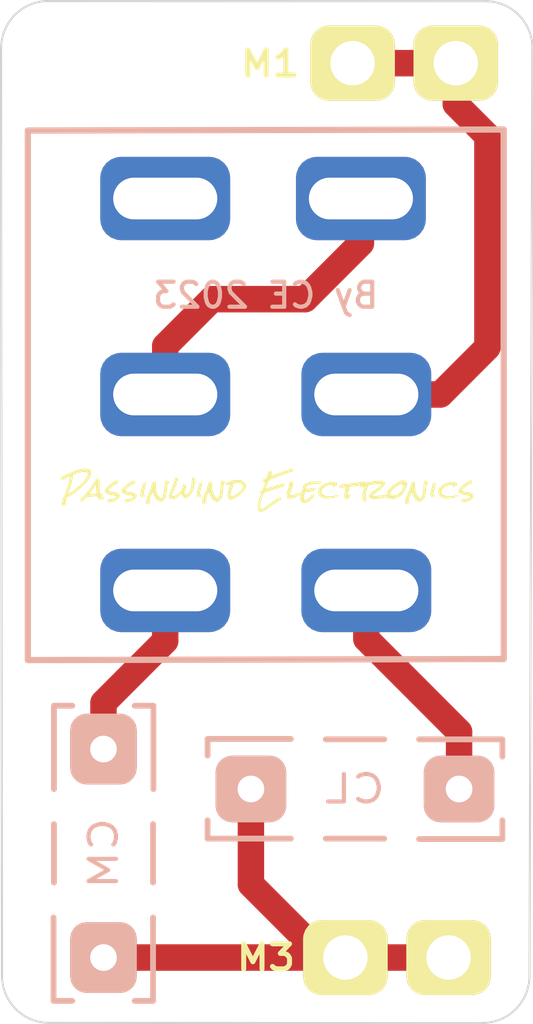
<source format=kicad_pcb>
(kicad_pcb (version 20171130) (host pcbnew "(5.1.5)-3")

  (general
    (thickness 1.6)
    (drawings 9)
    (tracks 28)
    (zones 0)
    (modules 8)
    (nets 1)
  )

  (page A4)
  (layers
    (0 F.Cu signal)
    (31 B.Cu signal)
    (32 B.Adhes user)
    (33 F.Adhes user)
    (34 B.Paste user)
    (35 F.Paste user)
    (36 B.SilkS user)
    (37 F.SilkS user)
    (38 B.Mask user)
    (39 F.Mask user)
    (40 Dwgs.User user)
    (41 Cmts.User user)
    (42 Eco1.User user)
    (43 Eco2.User user)
    (44 Edge.Cuts user)
    (45 Margin user)
    (46 B.CrtYd user)
    (47 F.CrtYd user)
    (48 B.Fab user)
    (49 F.Fab user)
  )

  (setup
    (last_trace_width 0.635)
    (user_trace_width 0.635)
    (trace_clearance 0.2)
    (zone_clearance 0.508)
    (zone_45_only no)
    (trace_min 0.2)
    (via_size 0.8)
    (via_drill 0.4)
    (via_min_size 0.4)
    (via_min_drill 0.3)
    (uvia_size 0.3)
    (uvia_drill 0.1)
    (uvias_allowed no)
    (uvia_min_size 0.2)
    (uvia_min_drill 0.1)
    (edge_width 0.05)
    (segment_width 0.2)
    (pcb_text_width 0.3)
    (pcb_text_size 1.5 1.5)
    (mod_edge_width 0.12)
    (mod_text_size 1 1)
    (mod_text_width 0.15)
    (pad_size 2.032 1.8)
    (pad_drill 1.066)
    (pad_to_mask_clearance 0.051)
    (solder_mask_min_width 0.25)
    (aux_axis_origin 125.89764 116.08816)
    (visible_elements 7FFFFFFF)
    (pcbplotparams
      (layerselection 0x010fc_ffffffff)
      (usegerberextensions false)
      (usegerberattributes false)
      (usegerberadvancedattributes false)
      (creategerberjobfile false)
      (excludeedgelayer true)
      (linewidth 0.100000)
      (plotframeref false)
      (viasonmask false)
      (mode 1)
      (useauxorigin false)
      (hpglpennumber 1)
      (hpglpenspeed 20)
      (hpglpendiameter 15.000000)
      (psnegative false)
      (psa4output false)
      (plotreference true)
      (plotvalue true)
      (plotinvisibletext false)
      (padsonsilk false)
      (subtractmaskfromsilk false)
      (outputformat 1)
      (mirror false)
      (drillshape 1)
      (scaleselection 1)
      (outputdirectory ""))
  )

  (net 0 "")

  (net_class Default "This is the default net class."
    (clearance 0.2)
    (trace_width 0.25)
    (via_dia 0.8)
    (via_drill 0.4)
    (uvia_dia 0.3)
    (uvia_drill 0.1)
  )

  (module .pretty:Kemet1800pF_100v (layer B.Cu) (tedit 62CEF5AE) (tstamp 61F8F9BC)
    (at 134.37616 110.47382)
    (descr "Resitance 3 pas")
    (tags R)
    (autoplace_cost180 10)
    (fp_text reference CL (at 0 0) (layer B.SilkS)
      (effects (font (size 0.66 0.8) (thickness 0.1)) (justify mirror))
    )
    (fp_text value C (at -0.10828 0.67564 180) (layer B.SilkS) hide
      (effects (font (size 0.33 0.33) (thickness 0.0825)) (justify mirror))
    )
    (fp_line (start 3.54 -1.175) (end 3.54 -0.775) (layer B.SilkS) (width 0.14))
    (fp_line (start -3.54 -1.2) (end -1.54 -1.2) (layer B.SilkS) (width 0.14))
    (fp_line (start -3.54 1.19) (end -3.54 0.75) (layer B.SilkS) (width 0.14))
    (fp_line (start 3.54 1.2) (end 1.54 1.2) (layer B.SilkS) (width 0.14))
    (fp_line (start 3.54 0.75) (end 3.54 1.2) (layer B.SilkS) (width 0.14))
    (fp_line (start -3.54 -0.8) (end -3.54 -1.2) (layer B.SilkS) (width 0.14))
    (fp_line (start -1.54 1.19) (end -3.54 1.19) (layer B.SilkS) (width 0.14))
    (fp_line (start 1.54 -1.19) (end 3.54 -1.19) (layer B.SilkS) (width 0.14))
    (fp_line (start 0.7 1.19) (end -0.7 1.19) (layer B.SilkS) (width 0.14))
    (fp_line (start 0.7 -1.19) (end -0.7 -1.19) (layer B.SilkS) (width 0.14))
    (pad 2 thru_hole roundrect (at 2.5 0) (size 1.7 1.6) (drill 0.64) (layers *.Cu *.Mask B.SilkS) (roundrect_rratio 0.25))
    (pad 1 thru_hole roundrect (at -2.5 0) (size 1.7 1.6) (drill 0.64) (layers *.Cu *.Mask B.SilkS) (roundrect_rratio 0.25))
    (model discret/resistor.wrl
      (at (xyz 0 0 0))
      (scale (xyz 0.3 0.3 0.3))
      (rotate (xyz 0 0 0))
    )
  )

  (module .pretty:22Ga_pad_1_066mm_rect2 (layer F.Cu) (tedit 63B7414B) (tstamp 63B7274A)
    (at 134.14514 114.51634 180)
    (descr "module 1 pin (ou trou mecanique de percage)")
    (tags DEV)
    (fp_text reference M3 (at 1.90766 0) (layer F.SilkS)
      (effects (font (size 0.6 0.66) (thickness 0.12)))
    )
    (fp_text value CONN_1 (at 0 -1.13 180) (layer F.SilkS) hide
      (effects (font (size 0.127 0.127) (thickness 0.03175)))
    )
    (pad 1 thru_hole roundrect (at 0 0 180) (size 2.032 1.8) (drill 1.066) (layers *.Cu *.Mask F.SilkS) (roundrect_rratio 0.25))
  )

  (module .pretty:22Ga_pad_1_066mm_rect2 (layer F.Cu) (tedit 600D9B6C) (tstamp 63B72745)
    (at 136.62406 114.51634 180)
    (descr "module 1 pin (ou trou mecanique de percage)")
    (tags DEV)
    (fp_text reference OUT (at 0.0254 -0.03296) (layer F.SilkS) hide
      (effects (font (size 0.1 0.1) (thickness 0.025)))
    )
    (fp_text value CONN_1 (at 0.0254 -0.1752 180) (layer F.SilkS) hide
      (effects (font (size 0.127 0.127) (thickness 0.03175)))
    )
    (pad 1 thru_hole roundrect (at 0 0 180) (size 2.032 1.8) (drill 1.066) (layers *.Cu *.Mask F.SilkS) (roundrect_rratio 0.25))
  )

  (module .pretty:22Ga_pad_1_066mm_rect2 (layer F.Cu) (tedit 600D9B6C) (tstamp 628F0970)
    (at 134.31794 93.0662)
    (descr "module 1 pin (ou trou mecanique de percage)")
    (tags DEV)
    (fp_text reference OUT (at 0.0254 -0.03296) (layer F.SilkS) hide
      (effects (font (size 0.1 0.1) (thickness 0.025)))
    )
    (fp_text value CONN_1 (at 0.0254 -0.1752 180) (layer F.SilkS) hide
      (effects (font (size 0.127 0.127) (thickness 0.03175)))
    )
    (pad 1 thru_hole roundrect (at 0 0) (size 2.032 1.8) (drill 1.066) (layers *.Cu *.Mask F.SilkS) (roundrect_rratio 0.25))
  )

  (module .pretty:Tayda_DPDT_Switch (layer B.Cu) (tedit 62069E70) (tstamp 61F8DB0D)
    (at 132.23316 101.01224)
    (fp_text reference On-On-On (at -2.415 4.46) (layer B.SilkS) hide
      (effects (font (size 0.1 0.1) (thickness 0.025)) (justify mirror))
    )
    (fp_text value Tayda_DPDT_Switch (at -0.075 -0.05) (layer B.Fab)
      (effects (font (size 0.1 0.1) (thickness 0.025)) (justify mirror))
    )
    (fp_line (start -5.715 6.37) (end 5.715 6.345) (layer B.SilkS) (width 0.15))
    (fp_line (start 5.715 6.345) (end 5.715 -6.355) (layer B.SilkS) (width 0.15))
    (fp_line (start -5.715 -6.33) (end 5.715 -6.355) (layer B.SilkS) (width 0.15))
    (fp_line (start -5.715 6.37) (end -5.715 -6.33) (layer B.SilkS) (width 0.15))
    (pad 6 thru_hole roundrect (at 2.285 -4.7) (size 3.12 2) (drill oval 2.5 1) (layers *.Cu *.Mask) (roundrect_rratio 0.25))
    (pad 5 thru_hole roundrect (at -2.415 -4.7) (size 3.12 2) (drill oval 2.5 1) (layers *.Cu *.Mask) (roundrect_rratio 0.25))
    (pad 4 thru_hole roundrect (at 2.415 0) (size 3.12 2) (drill oval 2.5 1) (layers *.Cu *.Mask) (roundrect_rratio 0.25))
    (pad 3 thru_hole roundrect (at -2.415 0) (size 3.12 2) (drill oval 2.5 1) (layers *.Cu *.Mask) (roundrect_rratio 0.25))
    (pad 2 thru_hole roundrect (at 2.415 4.7) (size 3.12 2) (drill oval 2.5 1) (layers *.Cu *.Mask) (roundrect_rratio 0.25))
    (pad 1 thru_hole roundrect (at -2.415 4.7) (size 3.12 2) (drill oval 2.5 1) (layers *.Cu *.Mask) (roundrect_rratio 0.25))
  )

  (module .pretty:PassinwindElectronics_100_10mm (layer F.Cu) (tedit 60A0AF65) (tstamp 61F8E48D)
    (at 132.23316 103.3084)
    (fp_text reference PWE (at 0 0) (layer F.SilkS) hide
      (effects (font (size 0.05 0.05) (thickness 0.0125)))
    )
    (fp_text value LOGO (at 0.75 0) (layer F.SilkS) hide
      (effects (font (size 0.05 0.05) (thickness 0.0125)))
    )
    (fp_poly (pts (xy 0.640054 -0.515822) (xy 0.648175 -0.510508) (xy 0.648814 -0.509271) (xy 0.655605 -0.498543)
      (xy 0.659416 -0.494929) (xy 0.663744 -0.486194) (xy 0.663271 -0.473513) (xy 0.65891 -0.46134)
      (xy 0.65157 -0.454131) (xy 0.65103 -0.453946) (xy 0.639261 -0.449301) (xy 0.633412 -0.446428)
      (xy 0.621255 -0.443635) (xy 0.614823 -0.444455) (xy 0.611178 -0.445044) (xy 0.605867 -0.444568)
      (xy 0.59785 -0.442669) (xy 0.586088 -0.43899) (xy 0.569541 -0.433172) (xy 0.547169 -0.424859)
      (xy 0.517932 -0.413693) (xy 0.48079 -0.399316) (xy 0.45974 -0.391128) (xy 0.433163 -0.38078)
      (xy 0.405813 -0.370134) (xy 0.381485 -0.360667) (xy 0.3683 -0.355537) (xy 0.348473 -0.347739)
      (xy 0.330332 -0.340454) (xy 0.317724 -0.33523) (xy 0.3175 -0.335133) (xy 0.305978 -0.330799)
      (xy 0.298868 -0.329274) (xy 0.298686 -0.329301) (xy 0.292361 -0.327847) (xy 0.28004 -0.323315)
      (xy 0.270746 -0.319433) (xy 0.256587 -0.313533) (xy 0.235653 -0.305143) (xy 0.210682 -0.295346)
      (xy 0.184411 -0.285225) (xy 0.182402 -0.284459) (xy 0.145259 -0.269988) (xy 0.116869 -0.258122)
      (xy 0.096301 -0.248397) (xy 0.082622 -0.240347) (xy 0.074901 -0.233505) (xy 0.072689 -0.229641)
      (xy 0.069312 -0.221532) (xy 0.06265 -0.20668) (xy 0.053801 -0.187509) (xy 0.047536 -0.174171)
      (xy 0.038233 -0.153985) (xy 0.030857 -0.137002) (xy 0.026348 -0.125447) (xy 0.0254 -0.121848)
      (xy 0.02322 -0.113942) (xy 0.017882 -0.101837) (xy 0.016988 -0.100078) (xy 0.010207 -0.084747)
      (xy 0.004523 -0.067999) (xy 0.00059 -0.052472) (xy -0.00094 -0.0408) (xy 0.000589 -0.035621)
      (xy 0.000986 -0.035561) (xy 0.008175 -0.037023) (xy 0.023348 -0.041066) (xy 0.044811 -0.047173)
      (xy 0.070872 -0.054829) (xy 0.099836 -0.063518) (xy 0.130011 -0.072724) (xy 0.159704 -0.081931)
      (xy 0.187221 -0.090622) (xy 0.21087 -0.098282) (xy 0.228957 -0.104396) (xy 0.23876 -0.108017)
      (xy 0.252858 -0.112804) (xy 0.269073 -0.117122) (xy 0.26924 -0.117159) (xy 0.284625 -0.120792)
      (xy 0.304162 -0.125647) (xy 0.31496 -0.12842) (xy 0.337374 -0.134059) (xy 0.361577 -0.139857)
      (xy 0.37084 -0.141983) (xy 0.389901 -0.146612) (xy 0.40758 -0.151464) (xy 0.414955 -0.153773)
      (xy 0.430799 -0.156065) (xy 0.441789 -0.149951) (xy 0.448708 -0.134869) (xy 0.450064 -0.128746)
      (xy 0.449117 -0.110487) (xy 0.439262 -0.096244) (xy 0.421235 -0.086831) (xy 0.409885 -0.084265)
      (xy 0.395466 -0.081079) (xy 0.372584 -0.074784) (xy 0.342334 -0.065714) (xy 0.305813 -0.054203)
      (xy 0.264115 -0.040584) (xy 0.23876 -0.032111) (xy 0.221614 -0.026746) (xy 0.199696 -0.020431)
      (xy 0.18034 -0.015215) (xy 0.147107 -0.006064) (xy 0.122814 0.001862) (xy 0.107907 0.008409)
      (xy 0.104394 0.010853) (xy 0.095655 0.014506) (xy 0.089154 0.015214) (xy 0.073928 0.017456)
      (xy 0.052918 0.023481) (xy 0.028885 0.032158) (xy 0.004592 0.042356) (xy -0.017199 0.052944)
      (xy -0.033726 0.06279) (xy -0.040332 0.068252) (xy -0.050747 0.083116) (xy -0.062487 0.106174)
      (xy -0.074969 0.13564) (xy -0.087607 0.169731) (xy -0.099817 0.20666) (xy -0.111015 0.244643)
      (xy -0.120616 0.281895) (xy -0.128034 0.316631) (xy -0.132687 0.347065) (xy -0.133159 0.351665)
      (xy -0.135301 0.376853) (xy -0.136041 0.394657) (xy -0.135228 0.407776) (xy -0.132713 0.418907)
      (xy -0.128825 0.429565) (xy -0.11938 0.45298) (xy -0.097774 0.450105) (xy -0.070442 0.443013)
      (xy -0.04164 0.428433) (xy -0.009834 0.405581) (xy -0.00908 0.404973) (xy 0.017422 0.384089)
      (xy 0.036998 0.369964) (xy 0.05005 0.362322) (xy 0.055722 0.36068) (xy 0.062527 0.357093)
      (xy 0.072021 0.348198) (xy 0.074439 0.34544) (xy 0.084269 0.335625) (xy 0.092524 0.330441)
      (xy 0.093905 0.3302) (xy 0.101002 0.326643) (xy 0.11127 0.31765) (xy 0.116158 0.31242)
      (xy 0.126002 0.301881) (xy 0.133097 0.295506) (xy 0.134785 0.29464) (xy 0.139874 0.291961)
      (xy 0.151763 0.284608) (xy 0.16884 0.27361) (xy 0.189496 0.25999) (xy 0.196564 0.25527)
      (xy 0.219562 0.24004) (xy 0.24101 0.22616) (xy 0.25877 0.214991) (xy 0.270703 0.207895)
      (xy 0.272233 0.207069) (xy 0.285114 0.198345) (xy 0.294168 0.18874) (xy 0.294772 0.187712)
      (xy 0.299317 0.181732) (xy 0.30653 0.178962) (xy 0.319341 0.178689) (xy 0.329272 0.179302)
      (xy 0.35814 0.181417) (xy 0.359653 0.206903) (xy 0.360078 0.22234) (xy 0.357757 0.231562)
      (xy 0.350831 0.238476) (xy 0.341873 0.244265) (xy 0.325911 0.2535) (xy 0.310556 0.261489)
      (xy 0.307564 0.262884) (xy 0.293686 0.270453) (xy 0.278068 0.280779) (xy 0.274544 0.283395)
      (xy 0.258201 0.294391) (xy 0.239265 0.305123) (xy 0.23368 0.307878) (xy 0.212375 0.31944)
      (xy 0.184704 0.336993) (xy 0.15187 0.359753) (xy 0.13462 0.372305) (xy 0.123215 0.380591)
      (xy 0.106658 0.392465) (xy 0.088104 0.405667) (xy 0.08382 0.4087) (xy 0.062709 0.423791)
      (xy 0.040456 0.439951) (xy 0.021606 0.453878) (xy 0.02032 0.454843) (xy -0.021752 0.483544)
      (xy -0.059855 0.50335) (xy -0.094483 0.514494) (xy -0.112357 0.517023) (xy -0.146046 0.519434)
      (xy -0.16621 0.49927) (xy -0.182546 0.478687) (xy -0.189323 0.460931) (xy -0.190426 0.447801)
      (xy -0.190785 0.428491) (xy -0.190503 0.405246) (xy -0.189679 0.380312) (xy -0.188415 0.355932)
      (xy -0.186811 0.334351) (xy -0.184969 0.317815) (xy -0.18299 0.308568) (xy -0.182427 0.307594)
      (xy -0.179164 0.299463) (xy -0.177801 0.286672) (xy -0.1778 0.286626) (xy -0.175477 0.273225)
      (xy -0.170011 0.264019) (xy -0.164455 0.256241) (xy -0.164218 0.251967) (xy -0.163602 0.244403)
      (xy -0.159869 0.231029) (xy -0.156236 0.22098) (xy -0.143285 0.187003) (xy -0.131978 0.155381)
      (xy -0.122714 0.12741) (xy -0.115888 0.104384) (xy -0.1119 0.087595) (xy -0.111147 0.078339)
      (xy -0.111986 0.076971) (xy -0.119973 0.072047) (xy -0.128076 0.064964) (xy -0.134791 0.05202)
      (xy -0.133377 0.036834) (xy -0.124911 0.021456) (xy -0.110473 0.007936) (xy -0.093389 -0.000906)
      (xy -0.082741 -0.006531) (xy -0.074113 -0.016181) (xy -0.065348 -0.032446) (xy -0.063183 -0.03718)
      (xy -0.055167 -0.056319) (xy -0.046503 -0.079117) (xy -0.037742 -0.103835) (xy -0.029438 -0.128733)
      (xy -0.022142 -0.152069) (xy -0.016406 -0.172105) (xy -0.012782 -0.187099) (xy -0.011824 -0.195311)
      (xy -0.012697 -0.196285) (xy -0.021354 -0.194081) (xy -0.035614 -0.191421) (xy -0.041726 -0.190453)
      (xy -0.0559 -0.188822) (xy -0.063604 -0.190471) (xy -0.068362 -0.196854) (xy -0.070808 -0.202446)
      (xy -0.074574 -0.216999) (xy -0.072379 -0.232204) (xy -0.071219 -0.235922) (xy -0.066256 -0.247629)
      (xy -0.061519 -0.253744) (xy -0.060665 -0.254001) (xy -0.054256 -0.256554) (xy -0.042179 -0.263198)
      (xy -0.029309 -0.271074) (xy -0.013282 -0.280754) (xy 0.000769 -0.288311) (xy 0.008122 -0.291493)
      (xy 0.016419 -0.298112) (xy 0.025156 -0.313363) (xy 0.031595 -0.329029) (xy 0.042001 -0.357061)
      (xy 0.049481 -0.377988) (xy 0.054813 -0.394165) (xy 0.058776 -0.407946) (xy 0.061932 -0.420744)
      (xy 0.068548 -0.438575) (xy 0.079892 -0.450425) (xy 0.083041 -0.452475) (xy 0.095897 -0.459023)
      (xy 0.106301 -0.462204) (xy 0.107264 -0.462262) (xy 0.120442 -0.457855) (xy 0.133703 -0.446384)
      (xy 0.144352 -0.430554) (xy 0.147997 -0.421382) (xy 0.151306 -0.407387) (xy 0.150278 -0.39861)
      (xy 0.146009 -0.392444) (xy 0.139729 -0.381516) (xy 0.134892 -0.366509) (xy 0.134484 -0.36449)
      (xy 0.13275 -0.352099) (xy 0.134682 -0.346713) (xy 0.141597 -0.345452) (xy 0.143198 -0.34544)
      (xy 0.155168 -0.347714) (xy 0.161266 -0.351259) (xy 0.169535 -0.35624) (xy 0.185413 -0.363216)
      (xy 0.206722 -0.37145) (xy 0.231286 -0.380208) (xy 0.256926 -0.388754) (xy 0.281465 -0.396353)
      (xy 0.302726 -0.40227) (xy 0.318532 -0.405768) (xy 0.324531 -0.406401) (xy 0.333101 -0.408385)
      (xy 0.33528 -0.411384) (xy 0.339623 -0.416041) (xy 0.34925 -0.419758) (xy 0.361849 -0.423733)
      (xy 0.378961 -0.430232) (xy 0.38989 -0.434816) (xy 0.40419 -0.440512) (xy 0.413901 -0.443313)
      (xy 0.416637 -0.442951) (xy 0.418918 -0.442737) (xy 0.420447 -0.4445) (xy 0.427339 -0.449212)
      (xy 0.440608 -0.455442) (xy 0.456875 -0.461859) (xy 0.472764 -0.467135) (xy 0.484898 -0.469941)
      (xy 0.48514 -0.469969) (xy 0.505674 -0.474939) (xy 0.52578 -0.483021) (xy 0.53571 -0.486795)
      (xy 0.551839 -0.492227) (xy 0.570015 -0.497938) (xy 0.587416 -0.503756) (xy 0.600701 -0.5092)
      (xy 0.607081 -0.513124) (xy 0.607145 -0.513218) (xy 0.614955 -0.517612) (xy 0.627453 -0.518335)
      (xy 0.640054 -0.515822)) (layer F.SilkS) (width 0.01))
    (fp_poly (pts (xy -4.30521 -0.51525) (xy -4.28291 -0.514595) (xy -4.266843 -0.513289) (xy -4.255045 -0.511117)
      (xy -4.245554 -0.507866) (xy -4.239513 -0.504981) (xy -4.224405 -0.493496) (xy -4.210423 -0.476696)
      (xy -4.199384 -0.457608) (xy -4.193104 -0.439259) (xy -4.192746 -0.42705) (xy -4.194982 -0.415722)
      (xy -4.198422 -0.398049) (xy -4.20236 -0.377667) (xy -4.202737 -0.375708) (xy -4.210942 -0.343518)
      (xy -4.223378 -0.312621) (xy -4.241085 -0.281115) (xy -4.265108 -0.247098) (xy -4.290331 -0.2159)
      (xy -4.311842 -0.191497) (xy -4.338018 -0.163483) (xy -4.367223 -0.133461) (xy -4.397821 -0.103032)
      (xy -4.428175 -0.073799) (xy -4.456649 -0.047363) (xy -4.481608 -0.025327) (xy -4.501169 -0.009476)
      (xy -4.519897 0.005246) (xy -4.540544 0.022436) (xy -4.553543 0.033816) (xy -4.571324 0.048629)
      (xy -4.593202 0.065135) (xy -4.614538 0.079838) (xy -4.61518 0.080253) (xy -4.636419 0.09404)
      (xy -4.661567 0.110523) (xy -4.686097 0.126732) (xy -4.692673 0.131106) (xy -4.714209 0.144534)
      (xy -4.736157 0.156685) (xy -4.754962 0.165645) (xy -4.761253 0.168058) (xy -4.776666 0.173752)
      (xy -4.785413 0.179659) (xy -4.790524 0.189036) (xy -4.794762 0.2041) (xy -4.801104 0.231888)
      (xy -4.804312 0.252566) (xy -4.804299 0.265288) (xy -4.801364 0.26924) (xy -4.795341 0.273552)
      (xy -4.792444 0.284582) (xy -4.792413 0.299469) (xy -4.794987 0.31535) (xy -4.799908 0.329363)
      (xy -4.806914 0.338649) (xy -4.807724 0.33921) (xy -4.813851 0.346271) (xy -4.819649 0.35687)
      (xy -4.825633 0.36639) (xy -4.834785 0.370245) (xy -4.844942 0.370765) (xy -4.861478 0.368978)
      (xy -4.875888 0.364733) (xy -4.8768 0.364296) (xy -4.886097 0.355924) (xy -4.891142 0.341864)
      (xy -4.891884 0.321474) (xy -4.888266 0.294114) (xy -4.880235 0.259143) (xy -4.867736 0.215921)
      (xy -4.862966 0.20081) (xy -4.855215 0.177544) (xy -4.847868 0.157077) (xy -4.841829 0.141831)
      (xy -4.838386 0.13477) (xy -4.834226 0.126418) (xy -4.827706 0.111137) (xy -4.819659 0.091128)
      (xy -4.816931 0.08409) (xy -4.7498 0.08409) (xy -4.745735 0.086426) (xy -4.735752 0.085086)
      (xy -4.723168 0.080629) (xy -4.719968 0.079074) (xy -4.707572 0.071217) (xy -4.699278 0.063834)
      (xy -4.689939 0.057069) (xy -4.684408 0.055696) (xy -4.676431 0.052262) (xy -4.662076 0.042745)
      (xy -4.642359 0.028031) (xy -4.618297 0.009004) (xy -4.590908 -0.013452) (xy -4.561208 -0.038451)
      (xy -4.530214 -0.06511) (xy -4.498943 -0.092544) (xy -4.468413 -0.119868) (xy -4.439639 -0.146198)
      (xy -4.41364 -0.170649) (xy -4.391431 -0.192337) (xy -4.37403 -0.210377) (xy -4.362454 -0.223884)
      (xy -4.361482 -0.22519) (xy -4.350128 -0.239544) (xy -4.33903 -0.251631) (xy -4.334872 -0.255403)
      (xy -4.32533 -0.265622) (xy -4.320581 -0.274194) (xy -4.315172 -0.284167) (xy -4.305723 -0.296461)
      (xy -4.303346 -0.299093) (xy -4.291984 -0.315049) (xy -4.281155 -0.336531) (xy -4.272507 -0.359539)
      (xy -4.267687 -0.380077) (xy -4.2672 -0.386785) (xy -4.270959 -0.409424) (xy -4.282441 -0.425511)
      (xy -4.30196 -0.435441) (xy -4.306478 -0.436636) (xy -4.340482 -0.441999) (xy -4.377192 -0.442429)
      (xy -4.417713 -0.437734) (xy -4.463147 -0.427723) (xy -4.514599 -0.412204) (xy -4.573173 -0.390986)
      (xy -4.575853 -0.389949) (xy -4.600616 -0.380094) (xy -4.617389 -0.372514) (xy -4.627765 -0.366102)
      (xy -4.633333 -0.359749) (xy -4.635685 -0.352348) (xy -4.636148 -0.34798) (xy -4.637571 -0.337263)
      (xy -4.640413 -0.321148) (xy -4.642391 -0.311199) (xy -4.645004 -0.2947) (xy -4.645658 -0.281538)
      (xy -4.644961 -0.27687) (xy -4.64539 -0.267325) (xy -4.650182 -0.25668) (xy -4.655562 -0.242725)
      (xy -4.658236 -0.223575) (xy -4.65836 -0.218492) (xy -4.660255 -0.198706) (xy -4.665103 -0.176128)
      (xy -4.668989 -0.163704) (xy -4.676366 -0.142865) (xy -4.682234 -0.124316) (xy -4.687918 -0.103626)
      (xy -4.692914 -0.08382) (xy -4.696411 -0.071795) (xy -4.702617 -0.05253) (xy -4.710762 -0.028334)
      (xy -4.72008 -0.001515) (xy -4.723867 0.00916) (xy -4.732866 0.034515) (xy -4.740509 0.05632)
      (xy -4.746205 0.072865) (xy -4.74936 0.082439) (xy -4.7498 0.08409) (xy -4.816931 0.08409)
      (xy -4.810919 0.068587) (xy -4.802319 0.045715) (xy -4.794695 0.024708) (xy -4.788879 0.007766)
      (xy -4.785705 -0.002914) (xy -4.78536 -0.005035) (xy -4.783503 -0.012267) (xy -4.778661 -0.025736)
      (xy -4.77266 -0.04064) (xy -4.765923 -0.058646) (xy -4.761318 -0.074776) (xy -4.75996 -0.083846)
      (xy -4.757128 -0.098525) (xy -4.752682 -0.108129) (xy -4.747355 -0.11992) (xy -4.74101 -0.139447)
      (xy -4.734208 -0.164409) (xy -4.727511 -0.192504) (xy -4.721479 -0.221433) (xy -4.716676 -0.248895)
      (xy -4.714533 -0.264406) (xy -4.711776 -0.285664) (xy -4.708986 -0.304177) (xy -4.70666 -0.316728)
      (xy -4.706149 -0.31877) (xy -4.706145 -0.327095) (xy -4.712617 -0.329914) (xy -4.725863 -0.327113)
      (xy -4.746183 -0.31858) (xy -4.773875 -0.3042) (xy -4.809237 -0.283861) (xy -4.828115 -0.272502)
      (xy -4.849663 -0.259723) (xy -4.868505 -0.249164) (xy -4.882743 -0.241847) (xy -4.890478 -0.238792)
      (xy -4.890847 -0.238761) (xy -4.903846 -0.241472) (xy -4.917464 -0.248161) (xy -4.928231 -0.256661)
      (xy -4.93268 -0.264804) (xy -4.93268 -0.264902) (xy -4.927979 -0.287858) (xy -4.914284 -0.306657)
      (xy -4.892791 -0.320202) (xy -4.87663 -0.328219) (xy -4.863405 -0.336625) (xy -4.858704 -0.34071)
      (xy -4.85076 -0.347017) (xy -4.845852 -0.347691) (xy -4.839674 -0.34863) (xy -4.827363 -0.353317)
      (xy -4.811597 -0.360441) (xy -4.795054 -0.368691) (xy -4.780413 -0.376757) (xy -4.770351 -0.383327)
      (xy -4.767659 -0.385954) (xy -4.760252 -0.390691) (xy -4.756801 -0.39116) (xy -4.748202 -0.393219)
      (xy -4.734119 -0.398521) (xy -4.722811 -0.403516) (xy -4.703874 -0.411871) (xy -4.680722 -0.42136)
      (xy -4.6609 -0.428978) (xy -4.641148 -0.436564) (xy -4.623285 -0.443949) (xy -4.611119 -0.449559)
      (xy -4.610959 -0.449643) (xy -4.598428 -0.455021) (xy -4.5889 -0.4572) (xy -4.579713 -0.460171)
      (xy -4.568361 -0.467318) (xy -4.568307 -0.467361) (xy -4.555837 -0.474651) (xy -4.544645 -0.477632)
      (xy -4.533587 -0.479758) (xy -4.518346 -0.484984) (xy -4.51195 -0.487705) (xy -4.496333 -0.493677)
      (xy -4.482777 -0.49702) (xy -4.47893 -0.497298) (xy -4.468072 -0.498672) (xy -4.451908 -0.5026)
      (xy -4.43992 -0.506274) (xy -4.425927 -0.510205) (xy -4.410088 -0.512897) (xy -4.390245 -0.514542)
      (xy -4.364243 -0.51533) (xy -4.335704 -0.515468) (xy -4.30521 -0.51525)) (layer F.SilkS) (width 0.01))
    (fp_poly (pts (xy -2.390452 -0.22717) (xy -2.36872 -0.222703) (xy -2.348982 -0.214925) (xy -2.344816 -0.212517)
      (xy -2.333239 -0.204219) (xy -2.328588 -0.196816) (xy -2.328833 -0.186403) (xy -2.32942 -0.18288)
      (xy -2.332774 -0.17059) (xy -2.336891 -0.163652) (xy -2.337496 -0.163317) (xy -2.344116 -0.158618)
      (xy -2.353414 -0.149676) (xy -2.353921 -0.149132) (xy -2.359179 -0.142069) (xy -2.363125 -0.132622)
      (xy -2.366257 -0.118723) (xy -2.369076 -0.09831) (xy -2.371308 -0.077255) (xy -2.374016 -0.048082)
      (xy -2.376583 -0.01727) (xy -2.378652 0.010753) (xy -2.379563 0.0254) (xy -2.383377 0.064045)
      (xy -2.390278 0.10325) (xy -2.399654 0.140919) (xy -2.410892 0.174953) (xy -2.423381 0.203255)
      (xy -2.436506 0.223727) (xy -2.437979 0.22543) (xy -2.448656 0.235286) (xy -2.464809 0.247907)
      (xy -2.48322 0.260799) (xy -2.486045 0.262646) (xy -2.504623 0.274121) (xy -2.518929 0.280488)
      (xy -2.53176 0.281669) (xy -2.545915 0.277586) (xy -2.564193 0.268162) (xy -2.577984 0.260101)
      (xy -2.607007 0.238125) (xy -2.634524 0.208308) (xy -2.658622 0.172959) (xy -2.672588 0.145815)
      (xy -2.680426 0.129406) (xy -2.687504 0.116432) (xy -2.691638 0.11049) (xy -2.696216 0.101169)
      (xy -2.697614 0.091694) (xy -2.699804 0.078832) (xy -2.705092 0.062808) (xy -2.706963 0.05842)
      (xy -2.716179 0.0381) (xy -2.73223 0.069705) (xy -2.740304 0.08663) (xy -2.746069 0.100673)
      (xy -2.74828 0.108804) (xy -2.74828 0.108822) (xy -2.752121 0.118154) (xy -2.754663 0.120397)
      (xy -2.759413 0.127281) (xy -2.765686 0.141511) (xy -2.772659 0.160547) (xy -2.779509 0.18185)
      (xy -2.785413 0.20288) (xy -2.78955 0.221097) (xy -2.791075 0.23281) (xy -2.787239 0.254289)
      (xy -2.780176 0.265819) (xy -2.772449 0.277013) (xy -2.768675 0.285639) (xy -2.7686 0.286438)
      (xy -2.773481 0.299295) (xy -2.787443 0.310229) (xy -2.806991 0.317753) (xy -2.823701 0.322335)
      (xy -2.837688 0.326161) (xy -2.84226 0.327408) (xy -2.853973 0.326627) (xy -2.86258 0.322337)
      (xy -2.867584 0.317183) (xy -2.870626 0.30962) (xy -2.872161 0.297302) (xy -2.872642 0.277887)
      (xy -2.872648 0.270281) (xy -2.871546 0.245226) (xy -2.867989 0.220511) (xy -2.861443 0.194447)
      (xy -2.851373 0.165346) (xy -2.837245 0.131518) (xy -2.818524 0.091276) (xy -2.811198 0.0762)
      (xy -2.799333 0.05163) (xy -2.789166 0.029903) (xy -2.781517 0.012827) (xy -2.777208 0.002209)
      (xy -2.776574 0) (xy -2.773975 -0.00885) (xy -2.768491 -0.022898) (xy -2.764769 -0.031442)
      (xy -2.759135 -0.046036) (xy -2.752073 -0.067463) (xy -2.744541 -0.092679) (xy -2.73837 -0.115262)
      (xy -2.728591 -0.149824) (xy -2.719292 -0.175304) (xy -2.70974 -0.192706) (xy -2.699196 -0.203035)
      (xy -2.686927 -0.207295) (xy -2.672196 -0.206492) (xy -2.67164 -0.206387) (xy -2.660761 -0.204112)
      (xy -2.65291 -0.201107) (xy -2.647578 -0.195846) (xy -2.644254 -0.186804) (xy -2.642429 -0.172456)
      (xy -2.641593 -0.151278) (xy -2.641236 -0.121745) (xy -2.641182 -0.115312) (xy -2.640679 -0.087861)
      (xy -2.639726 -0.064122) (xy -2.638437 -0.045893) (xy -2.636924 -0.034971) (xy -2.635977 -0.032684)
      (xy -2.633268 -0.026354) (xy -2.631592 -0.01352) (xy -2.63134 -0.006051) (xy -2.629166 0.012335)
      (xy -2.623503 0.036125) (xy -2.615453 0.061994) (xy -2.606123 0.086621) (xy -2.596614 0.106682)
      (xy -2.590917 0.115627) (xy -2.581986 0.127903) (xy -2.570744 0.144252) (xy -2.563908 0.154574)
      (xy -2.543706 0.18019) (xy -2.52278 0.195919) (xy -2.51206 0.200128) (xy -2.501367 0.197974)
      (xy -2.490059 0.185743) (xy -2.478169 0.163499) (xy -2.465729 0.131303) (xy -2.452773 0.089218)
      (xy -2.451151 0.08338) (xy -2.447434 0.065807) (xy -2.443505 0.040185) (xy -2.439596 0.008613)
      (xy -2.435937 -0.026806) (xy -2.432759 -0.063973) (xy -2.430293 -0.100786) (xy -2.429711 -0.11176)
      (xy -2.427383 -0.15162) (xy -2.424725 -0.184197) (xy -2.421838 -0.208369) (xy -2.42015 -0.217854)
      (xy -2.417873 -0.224789) (xy -2.413117 -0.227985) (xy -2.403126 -0.228305) (xy -2.390452 -0.22717)) (layer F.SilkS) (width 0.01))
    (fp_poly (pts (xy -1.038364 -0.227087) (xy -1.015034 -0.222242) (xy -0.995918 -0.213645) (xy -0.982743 -0.20251)
      (xy -0.977236 -0.190049) (xy -0.977679 -0.184496) (xy -0.983176 -0.173227) (xy -0.993215 -0.159899)
      (xy -0.997422 -0.155401) (xy -1.005435 -0.146564) (xy -1.010894 -0.137484) (xy -1.014747 -0.12549)
      (xy -1.017942 -0.107909) (xy -1.020277 -0.090986) (xy -1.023196 -0.066082) (xy -1.026316 -0.035255)
      (xy -1.029231 -0.002725) (xy -1.031227 0.02286) (xy -1.036495 0.076827) (xy -1.044199 0.122078)
      (xy -1.054736 0.159852) (xy -1.068505 0.191386) (xy -1.085906 0.217917) (xy -1.098704 0.23241)
      (xy -1.112252 0.245417) (xy -1.123636 0.254912) (xy -1.130603 0.259034) (xy -1.131007 0.25908)
      (xy -1.138553 0.262129) (xy -1.149656 0.269704) (xy -1.152726 0.272193) (xy -1.164239 0.279899)
      (xy -1.176039 0.282545) (xy -1.190116 0.279797) (xy -1.208461 0.271322) (xy -1.228753 0.259453)
      (xy -1.261675 0.233967) (xy -1.291285 0.20082) (xy -1.315552 0.16243) (xy -1.322799 0.14732)
      (xy -1.330622 0.130216) (xy -1.337383 0.116687) (xy -1.34166 0.109574) (xy -1.34175 0.109474)
      (xy -1.345652 0.100538) (xy -1.3462 0.095606) (xy -1.348006 0.084913) (xy -1.352477 0.071201)
      (xy -1.358194 0.057875) (xy -1.36374 0.048338) (xy -1.366987 0.04572) (xy -1.371366 0.049852)
      (xy -1.378322 0.06028) (xy -1.386223 0.074049) (xy -1.393442 0.088207) (xy -1.398348 0.0998)
      (xy -1.399532 0.104721) (xy -1.402571 0.113377) (xy -1.405228 0.117421) (xy -1.409188 0.125093)
      (xy -1.415282 0.139924) (xy -1.422514 0.159407) (xy -1.426732 0.171537) (xy -1.436673 0.205407)
      (xy -1.440809 0.231735) (xy -1.43918 0.251292) (xy -1.431821 0.264847) (xy -1.43129 0.265394)
      (xy -1.423832 0.278037) (xy -1.422481 0.292243) (xy -1.427025 0.304304) (xy -1.43383 0.30958)
      (xy -1.443805 0.31316) (xy -1.45845 0.317989) (xy -1.474544 0.32306) (xy -1.488863 0.327367)
      (xy -1.498183 0.329904) (xy -1.499867 0.3302) (xy -1.504492 0.327116) (xy -1.513081 0.319655)
      (xy -1.513533 0.319236) (xy -1.519086 0.313351) (xy -1.522368 0.306775) (xy -1.523772 0.297069)
      (xy -1.523689 0.281792) (xy -1.522714 0.262086) (xy -1.52073 0.239431) (xy -1.517051 0.21735)
      (xy -1.511135 0.194194) (xy -1.502444 0.168313) (xy -1.490435 0.138059) (xy -1.47457 0.101782)
      (xy -1.459326 0.06858) (xy -1.441949 0.030979) (xy -1.428266 0.000545) (xy -1.417521 -0.024691)
      (xy -1.408958 -0.046696) (xy -1.40182 -0.06744) (xy -1.395352 -0.088888) (xy -1.388798 -0.11301)
      (xy -1.387185 -0.119195) (xy -1.377693 -0.152666) (xy -1.368593 -0.177113) (xy -1.359115 -0.193607)
      (xy -1.348491 -0.203219) (xy -1.335952 -0.207017) (xy -1.324411 -0.206642) (xy -1.309905 -0.204157)
      (xy -1.300049 -0.200055) (xy -1.294097 -0.192637) (xy -1.291298 -0.180203) (xy -1.290907 -0.161052)
      (xy -1.292173 -0.133487) (xy -1.292178 -0.133413) (xy -1.293279 -0.106725) (xy -1.293137 -0.087873)
      (xy -1.291777 -0.077739) (xy -1.290502 -0.0762) (xy -1.287703 -0.072472) (xy -1.288513 -0.068503)
      (xy -1.289497 -0.058125) (xy -1.288205 -0.04046) (xy -1.28506 -0.018016) (xy -1.280486 0.006697)
      (xy -1.274908 0.031174) (xy -1.26875 0.052904) (xy -1.26721 0.057498) (xy -1.259989 0.076059)
      (xy -1.250769 0.095278) (xy -1.238493 0.117035) (xy -1.222106 0.143206) (xy -1.201817 0.173796)
      (xy -1.186711 0.189954) (xy -1.172397 0.19731) (xy -1.160884 0.199472) (xy -1.152632 0.196744)
      (xy -1.1433 0.187518) (xy -1.142053 0.186074) (xy -1.130488 0.168137) (xy -1.119155 0.142694)
      (xy -1.108823 0.112381) (xy -1.100262 0.079838) (xy -1.094242 0.047702) (xy -1.091532 0.018612)
      (xy -1.091458 0.0127) (xy -1.090611 -0.001147) (xy -1.088351 -0.019674) (xy -1.086625 -0.03048)
      (xy -1.08461 -0.046032) (xy -1.082563 -0.068906) (xy -1.080701 -0.096265) (xy -1.079236 -0.125274)
      (xy -1.078997 -0.131358) (xy -1.077686 -0.158625) (xy -1.075952 -0.183163) (xy -1.073993 -0.202734)
      (xy -1.072009 -0.215096) (xy -1.071407 -0.217145) (xy -1.067894 -0.224414) (xy -1.062616 -0.227852)
      (xy -1.052656 -0.228337) (xy -1.038364 -0.227087)) (layer F.SilkS) (width 0.01))
    (fp_poly (pts (xy 3.833093 -0.227114) (xy 3.855514 -0.222194) (xy 3.876585 -0.213114) (xy 3.892657 -0.201619)
      (xy 3.896988 -0.196564) (xy 3.897569 -0.189253) (xy 3.894833 -0.178229) (xy 3.890326 -0.167891)
      (xy 3.885591 -0.16264) (xy 3.885052 -0.16256) (xy 3.87931 -0.159091) (xy 3.870637 -0.150627)
      (xy 3.869656 -0.149521) (xy 3.864972 -0.14319) (xy 3.861152 -0.135193) (xy 3.857984 -0.124213)
      (xy 3.855254 -0.108935) (xy 3.85275 -0.088044) (xy 3.850256 -0.060223) (xy 3.847561 -0.024157)
      (xy 3.846239 -0.00508) (xy 3.840838 0.05076) (xy 3.832751 0.101424) (xy 3.822256 0.145859)
      (xy 3.809633 0.183012) (xy 3.795163 0.211828) (xy 3.785043 0.22543) (xy 3.774355 0.235287)
      (xy 3.758193 0.247908) (xy 3.739776 0.260801) (xy 3.736955 0.262646) (xy 3.718377 0.274121)
      (xy 3.704071 0.280488) (xy 3.69124 0.281669) (xy 3.677085 0.277586) (xy 3.658807 0.268162)
      (xy 3.645016 0.260101) (xy 3.615993 0.238125) (xy 3.588476 0.208308) (xy 3.564378 0.172959)
      (xy 3.550412 0.145815) (xy 3.542574 0.129406) (xy 3.535496 0.116432) (xy 3.531362 0.11049)
      (xy 3.526784 0.101169) (xy 3.525386 0.091694) (xy 3.523196 0.078832) (xy 3.517908 0.062808)
      (xy 3.516037 0.05842) (xy 3.506821 0.0381) (xy 3.49077 0.069705) (xy 3.482696 0.08663)
      (xy 3.476931 0.100673) (xy 3.47472 0.108804) (xy 3.47472 0.108822) (xy 3.470879 0.118154)
      (xy 3.468337 0.120397) (xy 3.463587 0.127281) (xy 3.457314 0.141511) (xy 3.450341 0.160547)
      (xy 3.443491 0.18185) (xy 3.437587 0.20288) (xy 3.43345 0.221097) (xy 3.431925 0.23281)
      (xy 3.435761 0.254289) (xy 3.442824 0.265819) (xy 3.450551 0.277013) (xy 3.454325 0.285639)
      (xy 3.4544 0.286438) (xy 3.449519 0.299295) (xy 3.435557 0.310229) (xy 3.416009 0.317753)
      (xy 3.399299 0.322335) (xy 3.385312 0.326161) (xy 3.38074 0.327408) (xy 3.369031 0.326624)
      (xy 3.36042 0.322326) (xy 3.355439 0.317239) (xy 3.352449 0.309861) (xy 3.351013 0.297843)
      (xy 3.350695 0.278835) (xy 3.350765 0.270271) (xy 3.352287 0.243064) (xy 3.356582 0.216031)
      (xy 3.364203 0.187418) (xy 3.375698 0.15547) (xy 3.39162 0.118433) (xy 3.41171 0.0762)
      (xy 3.423604 0.051636) (xy 3.433797 0.029914) (xy 3.441466 0.012839) (xy 3.445788 0.002217)
      (xy 3.446426 0) (xy 3.449025 -0.00885) (xy 3.454509 -0.022898) (xy 3.458231 -0.031442)
      (xy 3.463865 -0.046036) (xy 3.470927 -0.067463) (xy 3.478459 -0.092679) (xy 3.48463 -0.115262)
      (xy 3.494409 -0.149824) (xy 3.503708 -0.175304) (xy 3.51326 -0.192706) (xy 3.523804 -0.203035)
      (xy 3.536073 -0.207295) (xy 3.550804 -0.206492) (xy 3.55136 -0.206387) (xy 3.562241 -0.204112)
      (xy 3.570093 -0.201106) (xy 3.575425 -0.195843) (xy 3.578748 -0.186798) (xy 3.580572 -0.172446)
      (xy 3.581407 -0.151262) (xy 3.581764 -0.12172) (xy 3.581818 -0.115348) (xy 3.582318 -0.088173)
      (xy 3.583265 -0.064972) (xy 3.584547 -0.04746) (xy 3.586052 -0.037355) (xy 3.587023 -0.03556)
      (xy 3.589575 -0.030978) (xy 3.591266 -0.019207) (xy 3.59166 -0.00889) (xy 3.593866 0.011273)
      (xy 3.599635 0.036462) (xy 3.607876 0.063316) (xy 3.617498 0.088476) (xy 3.62741 0.108585)
      (xy 3.632083 0.115627) (xy 3.641014 0.127903) (xy 3.652256 0.144252) (xy 3.659092 0.154574)
      (xy 3.679294 0.18019) (xy 3.70022 0.195919) (xy 3.71094 0.200128) (xy 3.721619 0.197972)
      (xy 3.73292 0.185759) (xy 3.7448 0.163569) (xy 3.757217 0.131484) (xy 3.770128 0.089585)
      (xy 3.771731 0.08382) (xy 3.775577 0.065755) (xy 3.779611 0.039676) (xy 3.783595 0.007716)
      (xy 3.787293 -0.027989) (xy 3.790464 -0.065303) (xy 3.792873 -0.102092) (xy 3.793243 -0.10922)
      (xy 3.795669 -0.151224) (xy 3.798359 -0.184678) (xy 3.801254 -0.208947) (xy 3.80285 -0.217854)
      (xy 3.805092 -0.224738) (xy 3.809765 -0.227947) (xy 3.819591 -0.228315) (xy 3.833093 -0.227114)) (layer F.SilkS) (width 0.01))
    (fp_poly (pts (xy 0.634931 -0.211195) (xy 0.646552 -0.20701) (xy 0.654321 -0.202539) (xy 0.65811 -0.196518)
      (xy 0.658984 -0.185847) (xy 0.658357 -0.17272) (xy 0.655657 -0.146092) (xy 0.65127 -0.120119)
      (xy 0.645817 -0.097712) (xy 0.639919 -0.081784) (xy 0.638373 -0.079038) (xy 0.633138 -0.068004)
      (xy 0.627416 -0.05184) (xy 0.624894 -0.04318) (xy 0.618182 -0.022429) (xy 0.609567 -0.001073)
      (xy 0.606659 0.00508) (xy 0.599938 0.022107) (xy 0.59388 0.043717) (xy 0.589072 0.066803)
      (xy 0.586103 0.088261) (xy 0.585562 0.104985) (xy 0.586551 0.111166) (xy 0.593997 0.119843)
      (xy 0.607098 0.124769) (xy 0.621711 0.124863) (xy 0.629254 0.122276) (xy 0.640347 0.119046)
      (xy 0.646495 0.11962) (xy 0.653406 0.118837) (xy 0.667677 0.115024) (xy 0.687226 0.108907)
      (xy 0.709972 0.101213) (xy 0.733833 0.092668) (xy 0.756729 0.083997) (xy 0.776578 0.075928)
      (xy 0.791301 0.069187) (xy 0.791923 0.068867) (xy 0.805946 0.064584) (xy 0.824608 0.062534)
      (xy 0.832281 0.062535) (xy 0.847197 0.062191) (xy 0.856937 0.060257) (xy 0.859054 0.05842)
      (xy 0.859736 0.050227) (xy 0.860698 0.037037) (xy 0.8608 0.03556) (xy 0.864412 0.020903)
      (xy 0.872237 0.003541) (xy 0.877435 -0.00508) (xy 0.886327 -0.020831) (xy 0.893301 -0.03982)
      (xy 0.899306 -0.064895) (xy 0.901816 -0.078202) (xy 0.907879 -0.107168) (xy 0.914496 -0.127264)
      (xy 0.922419 -0.13978) (xy 0.932399 -0.146004) (xy 0.942087 -0.14732) (xy 0.953266 -0.149877)
      (xy 0.958597 -0.154193) (xy 0.965466 -0.159892) (xy 0.979291 -0.167723) (xy 0.997417 -0.176519)
      (xy 1.017192 -0.185108) (xy 1.035963 -0.192322) (xy 1.051076 -0.196991) (xy 1.058249 -0.19812)
      (xy 1.06902 -0.19958) (xy 1.073866 -0.202304) (xy 1.079344 -0.203331) (xy 1.093293 -0.204204)
      (xy 1.114026 -0.204918) (xy 1.139854 -0.205467) (xy 1.169089 -0.205845) (xy 1.200043 -0.206046)
      (xy 1.231029 -0.206065) (xy 1.260359 -0.205895) (xy 1.286345 -0.20553) (xy 1.307298 -0.204964)
      (xy 1.321531 -0.204191) (xy 1.327356 -0.203206) (xy 1.327362 -0.2032) (xy 1.330558 -0.196809)
      (xy 1.333121 -0.189513) (xy 1.333756 -0.179719) (xy 1.328361 -0.172019) (xy 1.316068 -0.166109)
      (xy 1.296012 -0.161681) (xy 1.267325 -0.158429) (xy 1.239996 -0.156597) (xy 1.201393 -0.154206)
      (xy 1.169957 -0.151427) (xy 1.142695 -0.147806) (xy 1.116615 -0.142889) (xy 1.088724 -0.136225)
      (xy 1.0668 -0.130353) (xy 1.035683 -0.12146) (xy 1.012976 -0.11398) (xy 0.997177 -0.107106)
      (xy 0.98678 -0.100028) (xy 0.980284 -0.091936) (xy 0.976183 -0.08202) (xy 0.976022 -0.081488)
      (xy 0.972127 -0.064288) (xy 0.970299 -0.047951) (xy 0.97028 -0.046592) (xy 0.97028 -0.030863)
      (xy 1.00457 -0.033394) (xy 1.02901 -0.035637) (xy 1.056371 -0.038787) (xy 1.07442 -0.041248)
      (xy 1.097702 -0.043993) (xy 1.125383 -0.046189) (xy 1.151704 -0.047385) (xy 1.15316 -0.047416)
      (xy 1.17414 -0.047663) (xy 1.187047 -0.047078) (xy 1.193963 -0.045179) (xy 1.196967 -0.041485)
      (xy 1.197933 -0.037062) (xy 1.195838 -0.024539) (xy 1.188229 -0.011005) (xy 1.177746 0.000034)
      (xy 1.167029 0.005072) (xy 1.166174 0.005111) (xy 1.157142 0.006503) (xy 1.140904 0.010243)
      (xy 1.11997 0.015718) (xy 1.10236 0.020692) (xy 1.074095 0.028106) (xy 1.043216 0.034896)
      (xy 1.014668 0.04002) (xy 1.0033 0.041575) (xy 0.974995 0.045171) (xy 0.955071 0.048817)
      (xy 0.941779 0.053374) (xy 0.933372 0.059702) (xy 0.928102 0.068662) (xy 0.924403 0.080419)
      (xy 0.920186 0.098295) (xy 0.917055 0.114822) (xy 0.916422 0.11938) (xy 0.91313 0.149025)
      (xy 0.911119 0.170457) (xy 0.910392 0.185544) (xy 0.91095 0.196152) (xy 0.912796 0.204146)
      (xy 0.915931 0.211395) (xy 0.916518 0.212545) (xy 0.923059 0.222791) (xy 0.931146 0.227428)
      (xy 0.944825 0.228592) (xy 0.946928 0.2286) (xy 0.964032 0.226714) (xy 0.974762 0.221629)
      (xy 0.97536 0.22098) (xy 0.985493 0.214569) (xy 0.99212 0.21336) (xy 1.001752 0.210454)
      (xy 1.016381 0.202956) (xy 1.033128 0.192695) (xy 1.049117 0.1815) (xy 1.06147 0.171201)
      (xy 1.065643 0.166619) (xy 1.074949 0.155434) (xy 1.079613 0.150472) (xy 1.085806 0.141789)
      (xy 1.08712 0.137263) (xy 1.09118 0.128762) (xy 1.10138 0.118104) (xy 1.114746 0.107624)
      (xy 1.128304 0.099659) (xy 1.138959 0.096544) (xy 1.148556 0.098062) (xy 1.153611 0.104613)
      (xy 1.156094 0.114618) (xy 1.157152 0.125815) (xy 1.154819 0.136201) (xy 1.147976 0.149013)
      (xy 1.140058 0.16093) (xy 1.111296 0.199222) (xy 1.082366 0.23005) (xy 1.050797 0.255848)
      (xy 1.02921 0.270143) (xy 1.022102 0.273783) (xy 1.008448 0.280246) (xy 0.990991 0.288235)
      (xy 0.98806 0.289555) (xy 0.964491 0.29838) (xy 0.940598 0.304348) (xy 0.918836 0.307132)
      (xy 0.901659 0.306402) (xy 0.89207 0.302397) (xy 0.883382 0.296984) (xy 0.871738 0.29207)
      (xy 0.857985 0.284219) (xy 0.846895 0.273423) (xy 0.840819 0.261706) (xy 0.835091 0.244732)
      (xy 0.830298 0.225372) (xy 0.827028 0.206496) (xy 0.825866 0.190972) (xy 0.827401 0.181671)
      (xy 0.827973 0.180914) (xy 0.831772 0.172465) (xy 0.833446 0.160273) (xy 0.834862 0.145088)
      (xy 0.838088 0.125797) (xy 0.842338 0.106106) (xy 0.846827 0.08972) (xy 0.850176 0.08128)
      (xy 0.849466 0.080492) (xy 0.84332 0.086025) (xy 0.834419 0.09525) (xy 0.822226 0.107006)
      (xy 0.811677 0.114847) (xy 0.806574 0.11684) (xy 0.796969 0.120456) (xy 0.79248 0.12446)
      (xy 0.784492 0.130908) (xy 0.780427 0.132134) (xy 0.773017 0.134319) (xy 0.759078 0.140033)
      (xy 0.741091 0.148106) (xy 0.721538 0.157371) (xy 0.7029 0.16666) (xy 0.687658 0.174804)
      (xy 0.680041 0.179396) (xy 0.669422 0.185346) (xy 0.662355 0.18728) (xy 0.662261 0.187259)
      (xy 0.655053 0.187889) (xy 0.64208 0.190761) (xy 0.636006 0.192409) (xy 0.619464 0.195757)
      (xy 0.597669 0.198384) (xy 0.576857 0.199656) (xy 0.553079 0.199282) (xy 0.5366 0.195493)
      (xy 0.524906 0.186568) (xy 0.515477 0.170786) (xy 0.508091 0.152645) (xy 0.501383 0.13126)
      (xy 0.499361 0.113348) (xy 0.500595 0.098378) (xy 0.503463 0.08439) (xy 0.508583 0.064771)
      (xy 0.515207 0.041885) (xy 0.52259 0.018098) (xy 0.529985 -0.004227) (xy 0.536645 -0.022722)
      (xy 0.541824 -0.035024) (xy 0.543716 -0.038227) (xy 0.546705 -0.045895) (xy 0.549814 -0.060024)
      (xy 0.551529 -0.071247) (xy 0.554366 -0.087903) (xy 0.55784 -0.100764) (xy 0.560008 -0.105303)
      (xy 0.562134 -0.11534) (xy 0.559594 -0.133682) (xy 0.558707 -0.137545) (xy 0.555394 -0.153524)
      (xy 0.555388 -0.163742) (xy 0.559066 -0.172167) (xy 0.562462 -0.177022) (xy 0.574644 -0.189296)
      (xy 0.591142 -0.200922) (xy 0.608244 -0.20966) (xy 0.622238 -0.213271) (xy 0.622557 -0.213277)
      (xy 0.634931 -0.211195)) (layer F.SilkS) (width 0.01))
    (fp_poly (pts (xy -3.543742 -0.227829) (xy -3.541525 -0.216484) (xy -3.543121 -0.200085) (xy -3.549795 -0.178166)
      (xy -3.561661 -0.159729) (xy -3.576795 -0.14699) (xy -3.593276 -0.142166) (xy -3.593357 -0.142166)
      (xy -3.609397 -0.139683) (xy -3.62204 -0.134745) (xy -3.634167 -0.128025) (xy -3.64236 -0.123856)
      (xy -3.650558 -0.119026) (xy -3.66355 -0.110366) (xy -3.673521 -0.103337) (xy -3.687103 -0.094075)
      (xy -3.697562 -0.087909) (xy -3.701597 -0.08636) (xy -3.706922 -0.082968) (xy -3.717499 -0.073854)
      (xy -3.731533 -0.060617) (xy -3.740287 -0.051943) (xy -3.759408 -0.031238) (xy -3.770634 -0.015012)
      (xy -3.774397 -0.001925) (xy -3.771129 0.009367) (xy -3.76301 0.018676) (xy -3.749675 0.026825)
      (xy -3.730754 0.034062) (xy -3.710807 0.038935) (xy -3.6957 0.040098) (xy -3.680258 0.040636)
      (xy -3.658502 0.043227) (xy -3.633429 0.047307) (xy -3.608033 0.052312) (xy -3.58531 0.057677)
      (xy -3.568255 0.06284) (xy -3.562944 0.065089) (xy -3.535787 0.08298) (xy -3.518284 0.10376)
      (xy -3.510477 0.127021) (xy -3.512411 0.152351) (xy -3.52413 0.179341) (xy -3.545677 0.207581)
      (xy -3.5475 0.209537) (xy -3.569276 0.227591) (xy -3.599167 0.245004) (xy -3.635136 0.260847)
      (xy -3.675141 0.274191) (xy -3.706526 0.28199) (xy -3.734651 0.287227) (xy -3.754935 0.289073)
      (xy -3.769133 0.28747) (xy -3.779001 0.28236) (xy -3.781952 0.279519) (xy -3.790143 0.27302)
      (xy -3.795559 0.272273) (xy -3.797297 0.269419) (xy -3.797443 0.259731) (xy -3.796237 0.246371)
      (xy -3.793919 0.232498) (xy -3.791956 0.22479) (xy -3.786518 0.221187) (xy -3.772434 0.219106)
      (xy -3.749106 0.21844) (xy -3.727041 0.217715) (xy -3.706537 0.215107) (xy -3.684097 0.209962)
      (xy -3.656222 0.201625) (xy -3.652173 0.200323) (xy -3.627199 0.191953) (xy -3.610295 0.18539)
      (xy -3.599733 0.179757) (xy -3.593782 0.174179) (xy -3.591307 0.169512) (xy -3.587666 0.158335)
      (xy -3.58648 0.152186) (xy -3.590959 0.145222) (xy -3.60249 0.137551) (xy -3.61822 0.13072)
      (xy -3.63391 0.126511) (xy -3.653583 0.122512) (xy -3.673483 0.117836) (xy -3.67538 0.117344)
      (xy -3.693915 0.1139) (xy -3.714639 0.112001) (xy -3.719531 0.111881) (xy -3.73429 0.110811)
      (xy -3.744393 0.108239) (xy -3.7465 0.10668) (xy -3.753582 0.102578) (xy -3.76077 0.101576)
      (xy -3.772675 0.09938) (xy -3.790006 0.093767) (xy -3.809252 0.086149) (xy -3.8269 0.077939)
      (xy -3.839439 0.070548) (xy -3.840991 0.069321) (xy -3.849873 0.056529) (xy -3.856143 0.037696)
      (xy -3.858813 0.016809) (xy -3.857754 0.001625) (xy -3.852393 -0.015194) (xy -3.84377 -0.032301)
      (xy -3.842298 -0.034569) (xy -3.834825 -0.046542) (xy -3.830642 -0.055109) (xy -3.83032 -0.056589)
      (xy -3.826467 -0.060869) (xy -3.825482 -0.06096) (xy -3.819672 -0.064303) (xy -3.809115 -0.073062)
      (xy -3.796272 -0.085171) (xy -3.771554 -0.108755) (xy -3.745748 -0.131699) (xy -3.720748 -0.152449)
      (xy -3.698445 -0.169451) (xy -3.680734 -0.181152) (xy -3.676625 -0.183382) (xy -3.661589 -0.191642)
      (xy -3.649279 -0.199593) (xy -3.646182 -0.202029) (xy -3.634351 -0.209379) (xy -3.616129 -0.217446)
      (xy -3.595078 -0.224903) (xy -3.57476 -0.230422) (xy -3.565485 -0.23211) (xy -3.551363 -0.232515)
      (xy -3.543742 -0.227829)) (layer F.SilkS) (width 0.01))
    (fp_poly (pts (xy -3.139577 -0.207544) (xy -3.143419 -0.180764) (xy -3.154718 -0.160869) (xy -3.173591 -0.147719)
      (xy -3.194287 -0.141951) (xy -3.210536 -0.138565) (xy -3.22303 -0.134505) (xy -3.226934 -0.132337)
      (xy -3.233947 -0.127194) (xy -3.247122 -0.118149) (xy -3.26409 -0.106819) (xy -3.27152 -0.101935)
      (xy -3.294292 -0.085874) (xy -3.318678 -0.066852) (xy -3.339729 -0.048746) (xy -3.34137 -0.04722)
      (xy -3.360173 -0.02787) (xy -3.370594 -0.012369) (xy -3.373024 0.000555) (xy -3.367857 0.012175)
      (xy -3.36169 0.018676) (xy -3.348348 0.026829) (xy -3.329425 0.034064) (xy -3.309485 0.038931)
      (xy -3.29438 0.040082) (xy -3.285086 0.040451) (xy -3.268523 0.041959) (xy -3.247485 0.04433)
      (xy -3.23514 0.045888) (xy -3.193993 0.053954) (xy -3.160034 0.06614) (xy -3.133757 0.081947)
      (xy -3.115653 0.100878) (xy -3.106215 0.122433) (xy -3.105935 0.146114) (xy -3.113846 0.168687)
      (xy -3.134289 0.199097) (xy -3.161146 0.225326) (xy -3.186496 0.241857) (xy -3.215232 0.254713)
      (xy -3.248858 0.266882) (xy -3.283685 0.277238) (xy -3.316025 0.284654) (xy -3.336151 0.287583)
      (xy -3.355067 0.289086) (xy -3.366463 0.288909) (xy -3.372908 0.286582) (xy -3.376971 0.281633)
      (xy -3.377913 0.279936) (xy -3.384021 0.272677) (xy -3.388615 0.271937) (xy -3.391644 0.269737)
      (xy -3.39315 0.260554) (xy -3.393015 0.247468) (xy -3.391119 0.233559) (xy -3.390239 0.22987)
      (xy -3.387992 0.224212) (xy -3.383518 0.220818) (xy -3.374608 0.219124) (xy -3.359054 0.218566)
      (xy -3.345858 0.218542) (xy -3.316962 0.216839) (xy -3.286599 0.212033) (xy -3.256905 0.204783)
      (xy -3.23002 0.195747) (xy -3.208081 0.185585) (xy -3.193226 0.174955) (xy -3.189528 0.17037)
      (xy -3.183249 0.159211) (xy -3.180164 0.152037) (xy -3.180099 0.151544) (xy -3.184357 0.145893)
      (xy -3.194928 0.138919) (xy -3.208435 0.13235) (xy -3.221502 0.127917) (xy -3.228004 0.127)
      (xy -3.242294 0.125056) (xy -3.251437 0.121793) (xy -3.261035 0.11872) (xy -3.277463 0.11538)
      (xy -3.29743 0.112425) (xy -3.300633 0.112043) (xy -3.339671 0.105939) (xy -3.374983 0.097304)
      (xy -3.40512 0.086689) (xy -3.428634 0.074646) (xy -3.444077 0.061728) (xy -3.447956 0.05588)
      (xy -3.4541 0.03365) (xy -3.453829 0.007818) (xy -3.447485 -0.017635) (xy -3.440354 -0.031957)
      (xy -3.428552 -0.047564) (xy -3.410802 -0.067334) (xy -3.388926 -0.089582) (xy -3.364744 -0.112622)
      (xy -3.340077 -0.134769) (xy -3.316745 -0.154336) (xy -3.296569 -0.169639) (xy -3.28168 -0.178843)
      (xy -3.269399 -0.185454) (xy -3.253907 -0.194538) (xy -3.24866 -0.197768) (xy -3.222966 -0.211538)
      (xy -3.194601 -0.223094) (xy -3.167973 -0.230743) (xy -3.15849 -0.232369) (xy -3.13944 -0.234748)
      (xy -3.139577 -0.207544)) (layer F.SilkS) (width 0.01))
    (fp_poly (pts (xy 4.952863 -0.207544) (xy 4.949021 -0.180764) (xy 4.937722 -0.160869) (xy 4.918849 -0.147719)
      (xy 4.898153 -0.141951) (xy 4.881904 -0.138565) (xy 4.86941 -0.134505) (xy 4.865506 -0.132337)
      (xy 4.858493 -0.127194) (xy 4.845318 -0.118149) (xy 4.82835 -0.106819) (xy 4.82092 -0.101935)
      (xy 4.798148 -0.085874) (xy 4.773762 -0.066852) (xy 4.752711 -0.048746) (xy 4.75107 -0.04722)
      (xy 4.732267 -0.02787) (xy 4.721846 -0.012369) (xy 4.719416 0.000555) (xy 4.724583 0.012175)
      (xy 4.73075 0.018676) (xy 4.74411 0.02684) (xy 4.76304 0.034071) (xy 4.782964 0.038919)
      (xy 4.79806 0.040037) (xy 4.807389 0.040387) (xy 4.823952 0.041881) (xy 4.844918 0.044244)
      (xy 4.85648 0.045707) (xy 4.896547 0.053403) (xy 4.930906 0.064939) (xy 4.957776 0.079662)
      (xy 4.965131 0.085491) (xy 4.976016 0.099608) (xy 4.984611 0.118473) (xy 4.988519 0.136675)
      (xy 4.98856 0.138342) (xy 4.984389 0.157254) (xy 4.973044 0.178833) (xy 4.956272 0.200889)
      (xy 4.935822 0.221231) (xy 4.913442 0.237669) (xy 4.905944 0.241857) (xy 4.877208 0.254713)
      (xy 4.843582 0.266882) (xy 4.808755 0.277238) (xy 4.776415 0.284654) (xy 4.756289 0.287583)
      (xy 4.737373 0.289086) (xy 4.725977 0.288909) (xy 4.719532 0.286582) (xy 4.715469 0.281633)
      (xy 4.714527 0.279936) (xy 4.708419 0.272677) (xy 4.703825 0.271937) (xy 4.700796 0.269737)
      (xy 4.69929 0.260554) (xy 4.699425 0.247468) (xy 4.701321 0.233559) (xy 4.702201 0.22987)
      (xy 4.704448 0.224212) (xy 4.708922 0.220818) (xy 4.717832 0.219124) (xy 4.733386 0.218566)
      (xy 4.746582 0.218542) (xy 4.775478 0.216839) (xy 4.805841 0.212033) (xy 4.835535 0.204783)
      (xy 4.86242 0.195747) (xy 4.884359 0.185585) (xy 4.899214 0.174955) (xy 4.902912 0.17037)
      (xy 4.909191 0.159211) (xy 4.912276 0.152037) (xy 4.912341 0.151544) (xy 4.908083 0.145893)
      (xy 4.897512 0.138919) (xy 4.884005 0.13235) (xy 4.870938 0.127917) (xy 4.864436 0.127)
      (xy 4.850146 0.125056) (xy 4.841003 0.121793) (xy 4.831405 0.11872) (xy 4.814977 0.11538)
      (xy 4.79501 0.112425) (xy 4.791807 0.112043) (xy 4.752769 0.105939) (xy 4.717457 0.097304)
      (xy 4.68732 0.086689) (xy 4.663806 0.074646) (xy 4.648363 0.061728) (xy 4.644484 0.05588)
      (xy 4.63834 0.03365) (xy 4.638611 0.007818) (xy 4.644955 -0.017635) (xy 4.652086 -0.031957)
      (xy 4.663888 -0.047564) (xy 4.681638 -0.067334) (xy 4.703514 -0.089582) (xy 4.727696 -0.112622)
      (xy 4.752363 -0.134769) (xy 4.775695 -0.154336) (xy 4.795871 -0.169639) (xy 4.81076 -0.178843)
      (xy 4.823041 -0.185454) (xy 4.838533 -0.194538) (xy 4.84378 -0.197768) (xy 4.869474 -0.211538)
      (xy 4.897839 -0.223094) (xy 4.924467 -0.230743) (xy 4.93395 -0.232369) (xy 4.953 -0.234748)
      (xy 4.952863 -0.207544)) (layer F.SilkS) (width 0.01))
    (fp_poly (pts (xy 3.306026 -0.234924) (xy 3.30893 -0.233943) (xy 3.323298 -0.229863) (xy 3.33408 -0.228418)
      (xy 3.349287 -0.223356) (xy 3.364562 -0.209519) (xy 3.378617 -0.1882) (xy 3.382885 -0.179482)
      (xy 3.388995 -0.165426) (xy 3.391904 -0.155034) (xy 3.391802 -0.144535) (xy 3.388878 -0.130159)
      (xy 3.385956 -0.118522) (xy 3.382124 -0.104363) (xy 3.377782 -0.090692) (xy 3.372248 -0.075873)
      (xy 3.364837 -0.058273) (xy 3.354866 -0.036255) (xy 3.341649 -0.008187) (xy 3.327085 0.02221)
      (xy 3.30819 0.056063) (xy 3.285948 0.087093) (xy 3.262093 0.113255) (xy 3.238362 0.132505)
      (xy 3.228754 0.138085) (xy 3.214308 0.145948) (xy 3.202911 0.15319) (xy 3.2004 0.155144)
      (xy 3.191748 0.160361) (xy 3.17696 0.167213) (xy 3.1623 0.173051) (xy 3.143911 0.18048)
      (xy 3.127656 0.188124) (xy 3.11912 0.193014) (xy 3.102656 0.200636) (xy 3.078424 0.207069)
      (xy 3.048786 0.211893) (xy 3.016106 0.214686) (xy 2.99466 0.215213) (xy 2.975024 0.214268)
      (xy 2.960243 0.21041) (xy 2.9451 0.202059) (xy 2.94005 0.198677) (xy 2.926915 0.188501)
      (xy 2.918151 0.179441) (xy 2.91592 0.174855) (xy 2.912097 0.170975) (xy 2.900332 0.169766)
      (xy 2.880178 0.171263) (xy 2.851188 0.175501) (xy 2.812916 0.182516) (xy 2.809652 0.183156)
      (xy 2.788738 0.187008) (xy 2.771714 0.189645) (xy 2.760928 0.190728) (xy 2.758463 0.190514)
      (xy 2.75217 0.190564) (xy 2.73896 0.192706) (xy 2.722491 0.196291) (xy 2.666495 0.206008)
      (xy 2.601913 0.210307) (xy 2.58572 0.21053) (xy 2.550013 0.207478) (xy 2.520953 0.198165)
      (xy 2.499243 0.182907) (xy 2.487517 0.166382) (xy 2.482365 0.154754) (xy 2.480774 0.145509)
      (xy 2.482696 0.134438) (xy 2.486986 0.120662) (xy 2.496051 0.101151) (xy 2.510926 0.081282)
      (xy 2.53246 0.060255) (xy 2.561499 0.037268) (xy 2.598894 0.01152) (xy 2.610543 0.003984)
      (xy 2.633302 -0.010866) (xy 2.654089 -0.024956) (xy 2.670787 -0.036817) (xy 2.681282 -0.04498)
      (xy 2.682149 -0.045756) (xy 2.694968 -0.056589) (xy 2.710992 -0.068827) (xy 2.717156 -0.073214)
      (xy 2.731623 -0.085081) (xy 2.746051 -0.099887) (xy 2.758366 -0.115129) (xy 2.766495 -0.128302)
      (xy 2.7686 -0.135382) (xy 2.764189 -0.140678) (xy 2.753229 -0.145911) (xy 2.74955 -0.147053)
      (xy 2.732283 -0.150518) (xy 2.711342 -0.15209) (xy 2.685619 -0.151694) (xy 2.65401 -0.149255)
      (xy 2.61541 -0.144699) (xy 2.568713 -0.137952) (xy 2.53492 -0.132589) (xy 2.505916 -0.126306)
      (xy 2.481702 -0.118005) (xy 2.463933 -0.10843) (xy 2.454267 -0.098325) (xy 2.453343 -0.095929)
      (xy 2.448972 -0.083744) (xy 2.442045 -0.068164) (xy 2.439737 -0.0635) (xy 2.433805 -0.048763)
      (xy 2.427392 -0.027971) (xy 2.421692 -0.005089) (xy 2.420618 0) (xy 2.415601 0.022546)
      (xy 2.410138 0.043693) (xy 2.405238 0.059608) (xy 2.404246 0.062253) (xy 2.40049 0.075563)
      (xy 2.398489 0.093408) (xy 2.39808 0.117911) (xy 2.398541 0.136961) (xy 2.399602 0.161989)
      (xy 2.40103 0.178988) (xy 2.403245 0.190087) (xy 2.406671 0.197417) (xy 2.411629 0.203013)
      (xy 2.417887 0.210097) (xy 2.419892 0.217517) (xy 2.417287 0.227625) (xy 2.409715 0.242774)
      (xy 2.404097 0.25273) (xy 2.39356 0.267529) (xy 2.383035 0.273487) (xy 2.3711 0.270574)
      (xy 2.356332 0.25876) (xy 2.349354 0.25158) (xy 2.339152 0.240205) (xy 2.332714 0.230793)
      (xy 2.328944 0.220309) (xy 2.326746 0.20572) (xy 2.325043 0.18427) (xy 2.324149 0.151282)
      (xy 2.325734 0.117953) (xy 2.3295 0.087497) (xy 2.335149 0.063129) (xy 2.336692 0.058702)
      (xy 2.340628 0.042952) (xy 2.34188 0.029647) (xy 2.344 0.01365) (xy 2.348788 -0.001773)
      (xy 2.35496 -0.017901) (xy 2.361361 -0.037491) (xy 2.367033 -0.057221) (xy 2.371015 -0.073772)
      (xy 2.37236 -0.083284) (xy 2.371403 -0.088836) (xy 2.366694 -0.088686) (xy 2.35839 -0.084655)
      (xy 2.344592 -0.077942) (xy 2.327597 -0.07037) (xy 2.323131 -0.068493) (xy 2.309711 -0.063362)
      (xy 2.301216 -0.062589) (xy 2.29322 -0.066566) (xy 2.286358 -0.071755) (xy 2.276097 -0.081388)
      (xy 2.272787 -0.090865) (xy 2.273588 -0.10033) (xy 2.274403 -0.110163) (xy 2.27167 -0.115437)
      (xy 2.263668 -0.116637) (xy 2.24868 -0.114252) (xy 2.2352 -0.111204) (xy 2.213047 -0.106969)
      (xy 2.180901 -0.102342) (xy 2.138918 -0.097343) (xy 2.087255 -0.091992) (xy 2.0828 -0.091558)
      (xy 2.052377 -0.088431) (xy 2.030668 -0.085593) (xy 2.016251 -0.082605) (xy 2.007706 -0.079025)
      (xy 2.003613 -0.074413) (xy 2.002551 -0.068329) (xy 2.002586 -0.066687) (xy 2.001914 -0.054716)
      (xy 1.999606 -0.036984) (xy 1.996718 -0.02032) (xy 1.989376 0.019796) (xy 1.984048 0.054087)
      (xy 1.980835 0.081623) (xy 1.979837 0.101474) (xy 1.981156 0.11271) (xy 1.982144 0.114398)
      (xy 1.988304 0.114735) (xy 1.998946 0.111772) (xy 2.012646 0.108856) (xy 2.023012 0.109592)
      (xy 2.029616 0.116366) (xy 2.031202 0.12904) (xy 2.028254 0.144977) (xy 2.021261 0.161538)
      (xy 2.010773 0.176014) (xy 1.999151 0.185911) (xy 1.982807 0.19715) (xy 1.964557 0.2081)
      (xy 1.94722 0.21713) (xy 1.933615 0.222609) (xy 1.928671 0.22352) (xy 1.919987 0.219649)
      (xy 1.910008 0.210509) (xy 1.9022 0.199803) (xy 1.899846 0.192712) (xy 1.898251 0.183502)
      (xy 1.89437 0.169513) (xy 1.892939 0.1651) (xy 1.890365 0.154446) (xy 1.889272 0.141123)
      (xy 1.889776 0.123868) (xy 1.891993 0.101419) (xy 1.896038 0.072514) (xy 1.902028 0.035888)
      (xy 1.907876 0.00254) (xy 1.911703 -0.022445) (xy 1.913772 -0.04382) (xy 1.913867 -0.058969)
      (xy 1.913297 -0.062726) (xy 1.909513 -0.072709) (xy 1.903037 -0.074918) (xy 1.895888 -0.073373)
      (xy 1.879961 -0.069874) (xy 1.8669 -0.067918) (xy 1.853292 -0.066176) (xy 1.834652 -0.063451)
      (xy 1.821893 -0.061444) (xy 1.797346 -0.059161) (xy 1.780665 -0.061998) (xy 1.770689 -0.070407)
      (xy 1.766487 -0.083112) (xy 1.768322 -0.101994) (xy 1.778908 -0.117179) (xy 1.79578 -0.126464)
      (xy 1.808954 -0.129776) (xy 1.829315 -0.133901) (xy 1.853971 -0.138352) (xy 1.880032 -0.142644)
      (xy 1.904607 -0.14629) (xy 1.924806 -0.148804) (xy 1.93294 -0.149525) (xy 1.977197 -0.15289)
      (xy 2.024885 -0.1573) (xy 2.073468 -0.162463) (xy 2.120408 -0.168086) (xy 2.163166 -0.173877)
      (xy 2.199207 -0.179543) (xy 2.2098 -0.181449) (xy 2.230354 -0.185239) (xy 2.247598 -0.188286)
      (xy 2.258692 -0.190094) (xy 2.2606 -0.190343) (xy 2.27094 -0.19331) (xy 2.279316 -0.197162)
      (xy 2.291888 -0.20124) (xy 2.307906 -0.203202) (xy 2.309796 -0.203232) (xy 2.327114 -0.205349)
      (xy 2.342923 -0.210449) (xy 2.343834 -0.210906) (xy 2.358347 -0.215096) (xy 2.36827 -0.210233)
      (xy 2.373445 -0.196482) (xy 2.377147 -0.188295) (xy 2.38137 -0.18669) (xy 2.386894 -0.184926)
      (xy 2.386274 -0.177646) (xy 2.37981 -0.167192) (xy 2.37871 -0.165897) (xy 2.374234 -0.159989)
      (xy 2.376112 -0.159535) (xy 2.384859 -0.164791) (xy 2.400994 -0.176011) (xy 2.404818 -0.178753)
      (xy 2.417846 -0.187131) (xy 2.429131 -0.190715) (xy 2.443492 -0.190638) (xy 2.451726 -0.189772)
      (xy 2.469559 -0.188792) (xy 2.482132 -0.190287) (xy 2.485308 -0.191779) (xy 2.494273 -0.195759)
      (xy 2.508394 -0.19908) (xy 2.51206 -0.199625) (xy 2.525518 -0.201689) (xy 2.545862 -0.205177)
      (xy 2.570006 -0.20955) (xy 2.58826 -0.21299) (xy 2.613526 -0.216898) (xy 2.644075 -0.220166)
      (xy 2.677728 -0.222714) (xy 2.712305 -0.224458) (xy 2.745625 -0.225316) (xy 2.775511 -0.225207)
      (xy 2.799782 -0.224047) (xy 2.816259 -0.221756) (xy 2.81686 -0.221605) (xy 2.829271 -0.214808)
      (xy 2.842366 -0.202414) (xy 2.853377 -0.187722) (xy 2.85954 -0.17403) (xy 2.86004 -0.170107)
      (xy 2.857222 -0.15854) (xy 2.849518 -0.140936) (xy 2.83805 -0.119451) (xy 2.823941 -0.096241)
      (xy 2.813423 -0.080589) (xy 2.803807 -0.06821) (xy 2.791595 -0.055244) (xy 2.775536 -0.040595)
      (xy 2.754382 -0.023165) (xy 2.726885 -0.001861) (xy 2.704709 0.014815) (xy 2.677835 0.034754)
      (xy 2.652825 0.053106) (xy 2.631138 0.068819) (xy 2.61423 0.080841) (xy 2.603557 0.088117)
      (xy 2.601819 0.0892) (xy 2.586588 0.101552) (xy 2.57924 0.115062) (xy 2.580511 0.127954)
      (xy 2.583776 0.132738) (xy 2.592798 0.138499) (xy 2.607716 0.141603) (xy 2.629593 0.142093)
      (xy 2.659493 0.140014) (xy 2.686425 0.136971) (xy 2.73651 0.130824) (xy 2.778114 0.126034)
      (xy 2.812806 0.122443) (xy 2.84215 0.119896) (xy 2.867714 0.118235) (xy 2.87909 0.117708)
      (xy 2.90068 0.11684) (xy 2.90068 0.095976) (xy 2.900892 0.094715) (xy 2.98704 0.094715)
      (xy 2.98704 0.110023) (xy 3.019205 0.105714) (xy 3.043657 0.104325) (xy 3.064155 0.106735)
      (xy 3.079058 0.11241) (xy 3.086719 0.120816) (xy 3.086972 0.127746) (xy 3.086343 0.134863)
      (xy 3.091572 0.136149) (xy 3.097884 0.134924) (xy 3.108829 0.131238) (xy 3.12562 0.124304)
      (xy 3.145044 0.115466) (xy 3.1496 0.113279) (xy 3.190013 0.08846) (xy 3.227496 0.055326)
      (xy 3.260588 0.015616) (xy 3.287828 -0.02893) (xy 3.306928 -0.074062) (xy 3.313341 -0.094063)
      (xy 3.316205 -0.106599) (xy 3.315469 -0.113743) (xy 3.311081 -0.117567) (xy 3.30581 -0.119379)
      (xy 3.28281 -0.127087) (xy 3.269705 -0.13443) (xy 3.26644 -0.140017) (xy 3.265072 -0.14619)
      (xy 3.260127 -0.148482) (xy 3.250344 -0.14662) (xy 3.23446 -0.14033) (xy 3.211212 -0.12934)
      (xy 3.206583 -0.127057) (xy 3.147194 -0.093386) (xy 3.095168 -0.054463) (xy 3.048386 -0.00868)
      (xy 3.044063 -0.003831) (xy 3.018767 0.026705) (xy 3.001211 0.052352) (xy 2.990833 0.07408)
      (xy 2.987073 0.092859) (xy 2.98704 0.094715) (xy 2.900892 0.094715) (xy 2.90535 0.068303)
      (xy 2.919249 0.03706) (xy 2.94221 0.002541) (xy 2.974067 -0.03496) (xy 2.975838 -0.036853)
      (xy 2.99361 -0.055636) (xy 3.009716 -0.072427) (xy 3.022425 -0.085435) (xy 3.030007 -0.092872)
      (xy 3.030178 -0.093027) (xy 3.039839 -0.101045) (xy 3.054022 -0.111994) (xy 3.070626 -0.124352)
      (xy 3.087551 -0.136599) (xy 3.102696 -0.147217) (xy 3.113961 -0.154684) (xy 3.119235 -0.15748)
      (xy 3.125064 -0.160506) (xy 3.134457 -0.167819) (xy 3.134852 -0.168163) (xy 3.147584 -0.177121)
      (xy 3.16715 -0.188385) (xy 3.190882 -0.200665) (xy 3.216115 -0.212668) (xy 3.240179 -0.223104)
      (xy 3.260409 -0.230681) (xy 3.26923 -0.233232) (xy 3.290358 -0.236591) (xy 3.306026 -0.234924)) (layer F.SilkS) (width 0.01))
    (fp_poly (pts (xy -4.047803 -0.280346) (xy -4.045236 -0.278584) (xy -4.035585 -0.273818) (xy -4.021364 -0.269962)
      (xy -4.019284 -0.269597) (xy -4.0005 -0.26656) (xy -3.997176 -0.21837) (xy -3.99603 -0.198533)
      (xy -3.994743 -0.170899) (xy -3.993409 -0.137831) (xy -3.992123 -0.101691) (xy -3.990978 -0.064839)
      (xy -3.990727 -0.05588) (xy -3.989685 -0.022281) (xy -3.988504 0.008329) (xy -3.987264 0.034341)
      (xy -3.986046 0.054147) (xy -3.98493 0.066138) (xy -3.984476 0.06858) (xy -3.979921 0.078082)
      (xy -3.971937 0.08349) (xy -3.958068 0.085861) (xy -3.94335 0.086282) (xy -3.927564 0.086858)
      (xy -3.919516 0.089043) (xy -3.916809 0.0937) (xy -3.91668 0.095897) (xy -3.92037 0.107122)
      (xy -3.9243 0.111759) (xy -3.930727 0.11984) (xy -3.93192 0.124001) (xy -3.936367 0.128397)
      (xy -3.947169 0.131069) (xy -3.948164 0.131156) (xy -3.960165 0.132729) (xy -3.966836 0.134831)
      (xy -3.966932 0.134918) (xy -3.966465 0.140299) (xy -3.959403 0.147591) (xy -3.948525 0.154789)
      (xy -3.936612 0.159889) (xy -3.930675 0.161069) (xy -3.907566 0.163708) (xy -3.892849 0.167639)
      (xy -3.88476 0.173867) (xy -3.881535 0.1834) (xy -3.881198 0.189304) (xy -3.885697 0.198873)
      (xy -3.897459 0.207925) (xy -3.913639 0.214919) (xy -3.931392 0.21831) (xy -3.934884 0.218421)
      (xy -3.948808 0.219259) (xy -3.958049 0.221327) (xy -3.959286 0.222099) (xy -3.967775 0.224655)
      (xy -3.982045 0.223902) (xy -3.998476 0.220381) (xy -4.013447 0.214633) (xy -4.015076 0.213762)
      (xy -4.025125 0.206091) (xy -4.033512 0.194147) (xy -4.041912 0.17539) (xy -4.044055 0.169754)
      (xy -4.052703 0.149169) (xy -4.059764 0.138288) (xy -4.064375 0.136365) (xy -4.073483 0.137684)
      (xy -4.088435 0.139063) (xy -4.09702 0.139656) (xy -4.115339 0.14127) (xy -4.138521 0.143986)
      (xy -4.16052 0.147064) (xy -4.183886 0.150127) (xy -4.212233 0.153076) (xy -4.240392 0.155389)
      (xy -4.247602 0.155855) (xy -4.296583 0.158785) (xy -4.345407 0.208762) (xy -4.364078 0.227535)
      (xy -4.380972 0.243901) (xy -4.39447 0.256333) (xy -4.40295 0.263306) (xy -4.404042 0.263989)
      (xy -4.419747 0.26875) (xy -4.434992 0.267649) (xy -4.444954 0.261675) (xy -4.44888 0.249906)
      (xy -4.447136 0.23399) (xy -4.440506 0.217625) (xy -4.433561 0.208076) (xy -4.426078 0.197121)
      (xy -4.423681 0.187493) (xy -4.423712 0.187287) (xy -4.420589 0.178879) (xy -4.413498 0.175014)
      (xy -4.406405 0.170536) (xy -4.394147 0.160586) (xy -4.37832 0.146679) (xy -4.360518 0.130331)
      (xy -4.342335 0.113057) (xy -4.325366 0.096372) (xy -4.311204 0.081792) (xy -4.308113 0.07832)
      (xy -4.23164 0.07832) (xy -4.227077 0.083156) (xy -4.215439 0.087706) (xy -4.199804 0.091276)
      (xy -4.183248 0.093176) (xy -4.168848 0.092714) (xy -4.16814 0.092599) (xy -4.155922 0.091311)
      (xy -4.137112 0.090225) (xy -4.115276 0.089533) (xy -4.10972 0.089444) (xy -4.06654 0.0889)
      (xy -4.066228 0.05334) (xy -4.066412 0.02993) (xy -4.067245 0.002694) (xy -4.068598 -0.026513)
      (xy -4.070342 -0.055832) (xy -4.072348 -0.083409) (xy -4.074487 -0.107385) (xy -4.07663 -0.125903)
      (xy -4.078648 -0.137108) (xy -4.079623 -0.139446) (xy -4.083366 -0.139715) (xy -4.08432 -0.133719)
      (xy -4.088053 -0.121889) (xy -4.092764 -0.116193) (xy -4.099578 -0.108704) (xy -4.109811 -0.095338)
      (xy -4.121421 -0.078782) (xy -4.123147 -0.0762) (xy -4.1363 -0.05684) (xy -4.15234 -0.033882)
      (xy -4.16976 -0.009412) (xy -4.187056 0.014484) (xy -4.202719 0.035721) (xy -4.215244 0.052212)
      (xy -4.221596 0.060121) (xy -4.228793 0.070547) (xy -4.23164 0.07832) (xy -4.308113 0.07832)
      (xy -4.301446 0.070833) (xy -4.297684 0.06501) (xy -4.29768 0.064929) (xy -4.294785 0.05934)
      (xy -4.287228 0.048096) (xy -4.276703 0.033468) (xy -4.264905 0.017728) (xy -4.253528 0.003147)
      (xy -4.244265 -0.008004) (xy -4.239781 -0.0127) (xy -4.232092 -0.021253) (xy -4.220726 -0.035957)
      (xy -4.207407 -0.054359) (xy -4.193856 -0.074002) (xy -4.181794 -0.092433) (xy -4.172943 -0.107196)
      (xy -4.171198 -0.11049) (xy -4.163845 -0.123179) (xy -4.157503 -0.130942) (xy -4.155337 -0.13208)
      (xy -4.150485 -0.135509) (xy -4.15036 -0.136488) (xy -4.147768 -0.142578) (xy -4.140899 -0.154733)
      (xy -4.131119 -0.170569) (xy -4.12877 -0.174221) (xy -4.109566 -0.204104) (xy -4.09555 -0.22651)
      (xy -4.086184 -0.242354) (xy -4.080928 -0.252549) (xy -4.079242 -0.258011) (xy -4.07924 -0.258101)
      (xy -4.075594 -0.264608) (xy -4.066723 -0.273257) (xy -4.065822 -0.273978) (xy -4.055199 -0.280691)
      (xy -4.047803 -0.280346)) (layer F.SilkS) (width 0.01))
    (fp_poly (pts (xy -0.633701 -0.243778) (xy -0.592324 -0.237563) (xy -0.557634 -0.225505) (xy -0.528975 -0.207432)
      (xy -0.505691 -0.183169) (xy -0.500704 -0.17622) (xy -0.487695 -0.152911) (xy -0.478526 -0.128147)
      (xy -0.473853 -0.104639) (xy -0.474331 -0.085099) (xy -0.476834 -0.077402) (xy -0.481197 -0.068275)
      (xy -0.488143 -0.053374) (xy -0.494984 -0.038504) (xy -0.516694 0) (xy -0.545407 0.037543)
      (xy -0.578325 0.070488) (xy -0.579871 0.071813) (xy -0.605118 0.092348) (xy -0.633562 0.113896)
      (xy -0.663824 0.135569) (xy -0.694523 0.156476) (xy -0.724278 0.175727) (xy -0.751709 0.192434)
      (xy -0.775436 0.205705) (xy -0.794079 0.214652) (xy -0.806258 0.218384) (xy -0.807326 0.21844)
      (xy -0.815958 0.22051) (xy -0.827023 0.225051) (xy -0.840585 0.229358) (xy -0.85121 0.229904)
      (xy -0.86095 0.224517) (xy -0.870078 0.213917) (xy -0.870364 0.213441) (xy -0.879333 0.202233)
      (xy -0.88891 0.19561) (xy -0.889105 0.195546) (xy -0.897281 0.190159) (xy -0.89916 0.185699)
      (xy -0.90273 0.177106) (xy -0.90678 0.17272) (xy -0.912926 0.162809) (xy -0.9144 0.15468)
      (xy -0.917781 0.141743) (xy -0.922383 0.134982) (xy -0.92684 0.128855) (xy -0.925737 0.127)
      (xy -0.922688 0.122389) (xy -0.919591 0.11244) (xy -0.84821 0.11244) (xy -0.847598 0.12254)
      (xy -0.844325 0.128161) (xy -0.837597 0.132116) (xy -0.83634 0.132694) (xy -0.826663 0.139221)
      (xy -0.82296 0.145595) (xy -0.822873 0.149786) (xy -0.821201 0.15161) (xy -0.815827 0.150851)
      (xy -0.804636 0.147292) (xy -0.789876 0.142217) (xy -0.754707 0.126883) (xy -0.717999 0.105143)
      (xy -0.69088 0.085251) (xy -0.674828 0.072332) (xy -0.658297 0.059054) (xy -0.655798 0.057051)
      (xy -0.629447 0.034644) (xy -0.604087 0.010757) (xy -0.581474 -0.012775) (xy -0.563367 -0.034112)
      (xy -0.551523 -0.051419) (xy -0.550835 -0.052697) (xy -0.537085 -0.078959) (xy -0.545544 -0.10806)
      (xy -0.552288 -0.126728) (xy -0.558864 -0.136119) (xy -0.561713 -0.13716) (xy -0.570538 -0.140517)
      (xy -0.580933 -0.148588) (xy -0.580936 -0.14859) (xy -0.593269 -0.1595) (xy -0.605885 -0.166902)
      (xy -0.621092 -0.171408) (xy -0.641198 -0.173631) (xy -0.668511 -0.174184) (xy -0.67714 -0.174129)
      (xy -0.711381 -0.172792) (xy -0.739907 -0.169652) (xy -0.761603 -0.164949) (xy -0.775353 -0.15892)
      (xy -0.780037 -0.152181) (xy -0.781459 -0.142079) (xy -0.784225 -0.12954) (xy -0.787708 -0.11527)
      (xy -0.79198 -0.096899) (xy -0.793783 -0.0889) (xy -0.798573 -0.070807) (xy -0.804128 -0.054496)
      (xy -0.806403 -0.049235) (xy -0.814275 -0.030196) (xy -0.822945 -0.004627) (xy -0.831488 0.024182)
      (xy -0.83898 0.05294) (xy -0.844495 0.078358) (xy -0.846953 0.095049) (xy -0.84821 0.11244)
      (xy -0.919591 0.11244) (xy -0.918897 0.110213) (xy -0.915115 0.092957) (xy -0.91461 0.09017)
      (xy -0.910528 0.070641) (xy -0.904237 0.044812) (xy -0.896602 0.016067) (xy -0.888607 -0.0118)
      (xy -0.880837 -0.0392) (xy -0.87395 -0.066152) (xy -0.868679 -0.089619) (xy -0.865751 -0.106565)
      (xy -0.865695 -0.10705) (xy -0.864143 -0.12409) (xy -0.865455 -0.133657) (xy -0.871397 -0.136904)
      (xy -0.883737 -0.134978) (xy -0.900995 -0.130007) (xy -0.924477 -0.125713) (xy -0.941782 -0.128219)
      (xy -0.952139 -0.136849) (xy -0.954776 -0.150928) (xy -0.948922 -0.169783) (xy -0.948161 -0.171288)
      (xy -0.943057 -0.178691) (xy -0.935044 -0.184836) (xy -0.92204 -0.190834) (xy -0.901959 -0.197794)
      (xy -0.893246 -0.200547) (xy -0.871926 -0.207882) (xy -0.853782 -0.215394) (xy -0.841409 -0.221949)
      (xy -0.838004 -0.224733) (xy -0.825161 -0.232307) (xy -0.812604 -0.233259) (xy -0.800296 -0.233524)
      (xy -0.780888 -0.234937) (xy -0.757341 -0.23725) (xy -0.73914 -0.239378) (xy -0.682421 -0.244325)
      (xy -0.633701 -0.243778)) (layer F.SilkS) (width 0.01))
    (fp_poly (pts (xy -2.132317 -0.295884) (xy -2.1196 -0.285824) (xy -2.113375 -0.277524) (xy -2.111587 -0.267243)
      (xy -2.111793 -0.258513) (xy -2.114894 -0.236952) (xy -2.121904 -0.208931) (xy -2.131945 -0.176953)
      (xy -2.144138 -0.143518) (xy -2.157604 -0.111129) (xy -2.171465 -0.082287) (xy -2.177605 -0.07112)
      (xy -2.184784 -0.057503) (xy -2.192241 -0.041674) (xy -2.192694 -0.04064) (xy -2.198846 -0.026719)
      (xy -2.207312 -0.007824) (xy -2.215585 0.010466) (xy -2.22328 0.027979) (xy -2.229161 0.042458)
      (xy -2.232009 0.050896) (xy -2.23205 0.051106) (xy -2.234267 0.059722) (xy -2.23862 0.074328)
      (xy -2.242585 0.086852) (xy -2.248623 0.111759) (xy -2.247963 0.129476) (xy -2.240383 0.140642)
      (xy -2.225661 0.145896) (xy -2.221905 0.146289) (xy -2.211935 0.146418) (xy -2.202074 0.144668)
      (xy -2.190459 0.140235) (xy -2.175224 0.132312) (xy -2.154504 0.120094) (xy -2.138428 0.11022)
      (xy -2.120479 0.098293) (xy -2.103822 0.085095) (xy -2.085427 0.068103) (xy -2.072754 0.055499)
      (xy -2.051723 0.033671) (xy -2.03675 0.01652) (xy -2.0263 0.001973) (xy -2.018838 -0.012043)
      (xy -2.014258 -0.023513) (xy -2.007643 -0.041401) (xy -2.001219 -0.057969) (xy -1.998962 -0.0635)
      (xy -1.991106 -0.083587) (xy -1.984462 -0.103067) (xy -1.980021 -0.11884) (xy -1.978718 -0.126813)
      (xy -1.974612 -0.1344) (xy -1.965279 -0.141742) (xy -1.956293 -0.145886) (xy -1.949039 -0.145223)
      (xy -1.939633 -0.138879) (xy -1.934813 -0.134904) (xy -1.923258 -0.123114) (xy -1.915398 -0.111263)
      (xy -1.914265 -0.108302) (xy -1.913863 -0.098265) (xy -1.915544 -0.080775) (xy -1.919012 -0.058253)
      (xy -1.92269 -0.039126) (xy -1.929953 -0.003572) (xy -1.935023 0.023629) (xy -1.937991 0.044025)
      (xy -1.938946 0.059164) (xy -1.937979 0.070594) (xy -1.935178 0.079861) (xy -1.930634 0.088514)
      (xy -1.930148 0.089308) (xy -1.921985 0.100887) (xy -1.914596 0.105391) (xy -1.904321 0.104887)
      (xy -1.903012 0.104645) (xy -1.888453 0.098174) (xy -1.873132 0.085494) (xy -1.870428 0.082563)
      (xy -1.857708 0.068242) (xy -1.845598 0.054795) (xy -1.841947 0.0508) (xy -1.829087 0.033706)
      (xy -1.815872 0.011196) (xy -1.804661 -0.012357) (xy -1.798511 -0.029773) (xy -1.794495 -0.047848)
      (xy -1.790057 -0.07292) (xy -1.78554 -0.1024) (xy -1.781284 -0.133697) (xy -1.777628 -0.164222)
      (xy -1.774915 -0.191385) (xy -1.773483 -0.212596) (xy -1.773369 -0.220929) (xy -1.772831 -0.247571)
      (xy -1.770187 -0.271331) (xy -1.765836 -0.289614) (xy -1.761476 -0.29845) (xy -1.751291 -0.304282)
      (xy -1.739193 -0.302537) (xy -1.73228 -0.297181) (xy -1.722304 -0.290662) (xy -1.716515 -0.289561)
      (xy -1.707785 -0.285078) (xy -1.704672 -0.278131) (xy -1.698072 -0.245518) (xy -1.693901 -0.22095)
      (xy -1.692119 -0.202617) (xy -1.692688 -0.188706) (xy -1.695567 -0.177408) (xy -1.700719 -0.166912)
      (xy -1.702215 -0.16443) (xy -1.707987 -0.153762) (xy -1.709625 -0.147784) (xy -1.709047 -0.14732)
      (xy -1.709186 -0.144186) (xy -1.71449 -0.137173) (xy -1.719835 -0.127749) (xy -1.723829 -0.111949)
      (xy -1.72686 -0.088089) (xy -1.727486 -0.080995) (xy -1.732237 -0.045107) (xy -1.740934 -0.012539)
      (xy -1.748083 0.006647) (xy -1.759883 0.032357) (xy -1.77457 0.059144) (xy -1.790428 0.084257)
      (xy -1.805742 0.104948) (xy -1.816862 0.11684) (xy -1.825373 0.124418) (xy -1.838117 0.135804)
      (xy -1.847562 0.14426) (xy -1.865968 0.158492) (xy -1.887094 0.171404) (xy -1.907965 0.181462)
      (xy -1.925606 0.187134) (xy -1.932175 0.187848) (xy -1.948744 0.184478) (xy -1.967607 0.17616)
      (xy -1.984485 0.165155) (xy -1.994318 0.155015) (xy -2.000504 0.142681) (xy -2.007222 0.124962)
      (xy -2.01146 0.111175) (xy -2.019771 0.080812) (xy -2.060176 0.116843) (xy -2.079022 0.133022)
      (xy -2.097177 0.147525) (xy -2.112084 0.158358) (xy -2.1187 0.162426) (xy -2.132107 0.170568)
      (xy -2.142107 0.178495) (xy -2.143335 0.179827) (xy -2.155969 0.189855) (xy -2.175644 0.199679)
      (xy -2.199283 0.208145) (xy -2.223812 0.2141) (xy -2.24028 0.216183) (xy -2.258582 0.216812)
      (xy -2.273444 0.216348) (xy -2.28092 0.215093) (xy -2.291736 0.207567) (xy -2.303255 0.195346)
      (xy -2.312607 0.181982) (xy -2.31692 0.171024) (xy -2.316955 0.170535) (xy -2.317497 0.159285)
      (xy -2.318324 0.14285) (xy -2.318748 0.13462) (xy -2.318449 0.120363) (xy -2.31568 0.104489)
      (xy -2.309843 0.084638) (xy -2.300345 0.05845) (xy -2.297953 0.052244) (xy -2.289365 0.029755)
      (xy -2.282332 0.010653) (xy -2.277582 -0.00304) (xy -2.27584 -0.009301) (xy -2.272988 -0.016242)
      (xy -2.266429 -0.025985) (xy -2.259515 -0.037698) (xy -2.251983 -0.054604) (xy -2.247853 -0.06594)
      (xy -2.240166 -0.087431) (xy -2.230883 -0.110905) (xy -2.22621 -0.12182) (xy -2.220377 -0.136632)
      (xy -2.213192 -0.157385) (xy -2.205328 -0.181819) (xy -2.197457 -0.207674) (xy -2.190251 -0.232689)
      (xy -2.184382 -0.254604) (xy -2.180522 -0.271159) (xy -2.17932 -0.279519) (xy -2.17584 -0.28846)
      (xy -2.167384 -0.298988) (xy -2.166607 -0.299733) (xy -2.153894 -0.311677) (xy -2.132317 -0.295884)) (layer F.SilkS) (width 0.01))
    (fp_poly (pts (xy 1.63106 -0.199303) (xy 1.649833 -0.195617) (xy 1.674438 -0.189219) (xy 1.69082 -0.182671)
      (xy 1.700848 -0.174652) (xy 1.706392 -0.163838) (xy 1.708578 -0.154061) (xy 1.707606 -0.131981)
      (xy 1.698455 -0.112698) (xy 1.682992 -0.0975) (xy 1.663085 -0.087674) (xy 1.640602 -0.084508)
      (xy 1.61741 -0.089289) (xy 1.615668 -0.090015) (xy 1.60219 -0.097257) (xy 1.597648 -0.103806)
      (xy 1.598164 -0.10664) (xy 1.603235 -0.120942) (xy 1.602964 -0.128847) (xy 1.596996 -0.132809)
      (xy 1.59427 -0.133543) (xy 1.579111 -0.134448) (xy 1.559289 -0.132401) (xy 1.539605 -0.128149)
      (xy 1.525603 -0.122857) (xy 1.511916 -0.118003) (xy 1.502978 -0.11684) (xy 1.489785 -0.114072)
      (xy 1.470771 -0.10663) (xy 1.448338 -0.095807) (xy 1.424889 -0.082896) (xy 1.402826 -0.069192)
      (xy 1.38455 -0.055988) (xy 1.376037 -0.048483) (xy 1.357404 -0.025115) (xy 1.344663 0.000925)
      (xy 1.338689 0.027074) (xy 1.340359 0.050766) (xy 1.34119 0.053554) (xy 1.34622 0.06507)
      (xy 1.351183 0.070931) (xy 1.351973 0.07112) (xy 1.354485 0.074324) (xy 1.35347 0.076765)
      (xy 1.355198 0.082511) (xy 1.362463 0.092181) (xy 1.372877 0.103344) (xy 1.384052 0.113568)
      (xy 1.393596 0.120422) (xy 1.397844 0.12192) (xy 1.404897 0.124065) (xy 1.417097 0.129453)
      (xy 1.422332 0.132045) (xy 1.437485 0.138421) (xy 1.450936 0.141905) (xy 1.453879 0.142127)
      (xy 1.464274 0.14247) (xy 1.481558 0.143418) (xy 1.502493 0.144787) (xy 1.50876 0.145236)
      (xy 1.534856 0.146174) (xy 1.563772 0.145645) (xy 1.593181 0.143864) (xy 1.62076 0.141046)
      (xy 1.644182 0.137409) (xy 1.661124 0.133169) (xy 1.667072 0.130513) (xy 1.676744 0.126808)
      (xy 1.691628 0.123578) (xy 1.708901 0.121113) (xy 1.725743 0.119702) (xy 1.739331 0.119635)
      (xy 1.746844 0.1212) (xy 1.74752 0.122267) (xy 1.743754 0.127846) (xy 1.734662 0.135425)
      (xy 1.734336 0.135652) (xy 1.721272 0.145436) (xy 1.711384 0.153761) (xy 1.69911 0.162104)
      (xy 1.681126 0.169408) (xy 1.656583 0.175847) (xy 1.624635 0.181597) (xy 1.584432 0.186832)
      (xy 1.535128 0.191727) (xy 1.52146 0.192903) (xy 1.497052 0.194847) (xy 1.475947 0.196339)
      (xy 1.460436 0.197228) (xy 1.45288 0.197372) (xy 1.443939 0.196472) (xy 1.428631 0.194802)
      (xy 1.414583 0.193216) (xy 1.386142 0.187049) (xy 1.356699 0.17579) (xy 1.352029 0.173503)
      (xy 1.321542 0.156884) (xy 1.299358 0.141383) (xy 1.284102 0.125028) (xy 1.274397 0.10585)
      (xy 1.268866 0.081877) (xy 1.266135 0.051139) (xy 1.266099 0.05043) (xy 1.265849 0.018128)
      (xy 1.269454 -0.008184) (xy 1.277918 -0.032272) (xy 1.292246 -0.057897) (xy 1.296918 -0.06507)
      (xy 1.305207 -0.074664) (xy 1.318535 -0.087154) (xy 1.334676 -0.100782) (xy 1.351407 -0.11379)
      (xy 1.366501 -0.124417) (xy 1.377735 -0.130906) (xy 1.381682 -0.13208) (xy 1.386677 -0.135898)
      (xy 1.38684 -0.13716) (xy 1.391081 -0.141329) (xy 1.3967 -0.14224) (xy 1.406196 -0.144239)
      (xy 1.40927 -0.146625) (xy 1.415446 -0.150842) (xy 1.429009 -0.157316) (xy 1.447685 -0.165154)
      (xy 1.469203 -0.173466) (xy 1.491287 -0.181358) (xy 1.511667 -0.18794) (xy 1.521967 -0.190846)
      (xy 1.561925 -0.199301) (xy 1.597104 -0.202076) (xy 1.63106 -0.199303)) (layer F.SilkS) (width 0.01))
    (fp_poly (pts (xy 4.4958 -0.201637) (xy 4.515129 -0.198879) (xy 4.536348 -0.194522) (xy 4.556574 -0.189316)
      (xy 4.572929 -0.184016) (xy 4.582532 -0.179373) (xy 4.583189 -0.178803) (xy 4.586916 -0.17085)
      (xy 4.590099 -0.157053) (xy 4.590922 -0.151126) (xy 4.591624 -0.13609) (xy 4.588426 -0.12502)
      (xy 4.57968 -0.112995) (xy 4.577183 -0.110115) (xy 4.556452 -0.092344) (xy 4.534103 -0.084578)
      (xy 4.50986 -0.086751) (xy 4.498045 -0.091048) (xy 4.475008 -0.101238) (xy 4.483552 -0.114278)
      (xy 4.488548 -0.124388) (xy 4.488738 -0.130671) (xy 4.488675 -0.130739) (xy 4.480676 -0.133241)
      (xy 4.466013 -0.133746) (xy 4.447928 -0.132501) (xy 4.429665 -0.129755) (xy 4.414467 -0.125758)
      (xy 4.412175 -0.12487) (xy 4.397469 -0.119684) (xy 4.385268 -0.116961) (xy 4.383318 -0.116841)
      (xy 4.370877 -0.114008) (xy 4.352625 -0.106383) (xy 4.330872 -0.095275) (xy 4.307931 -0.081996)
      (xy 4.286112 -0.067854) (xy 4.267728 -0.054161) (xy 4.258958 -0.046361) (xy 4.238073 -0.020709)
      (xy 4.225477 0.006144) (xy 4.221566 0.032756) (xy 4.226731 0.057685) (xy 4.229131 0.06281)
      (xy 4.234435 0.074366) (xy 4.236718 0.082091) (xy 4.23672 0.082201) (xy 4.240246 0.088397)
      (xy 4.248938 0.098159) (xy 4.259966 0.108788) (xy 4.270502 0.117582) (xy 4.277715 0.121839)
      (xy 4.278322 0.12192) (xy 4.28558 0.12408) (xy 4.297321 0.129378) (xy 4.299202 0.130336)
      (xy 4.316789 0.136416) (xy 4.341752 0.140996) (xy 4.371988 0.144082) (xy 4.405392 0.14568)
      (xy 4.43986 0.145796) (xy 4.473288 0.144435) (xy 4.503573 0.141603) (xy 4.528609 0.137307)
      (xy 4.546293 0.131551) (xy 4.549692 0.129644) (xy 4.563987 0.123916) (xy 4.57576 0.122659)
      (xy 4.589938 0.12234) (xy 4.607403 0.120406) (xy 4.61137 0.119757) (xy 4.626598 0.118498)
      (xy 4.632748 0.121293) (xy 4.629546 0.127582) (xy 4.61899 0.135428) (xy 4.604495 0.145507)
      (xy 4.59232 0.155292) (xy 4.578871 0.163692) (xy 4.558372 0.171068) (xy 4.530116 0.177572)
      (xy 4.493397 0.183354) (xy 4.447508 0.188563) (xy 4.426864 0.190482) (xy 4.397944 0.192958)
      (xy 4.372244 0.195019) (xy 4.351609 0.196528) (xy 4.337879 0.197347) (xy 4.33324 0.197428)
      (xy 4.324161 0.196448) (xy 4.30896 0.194614) (xy 4.29723 0.193131) (xy 4.266516 0.186181)
      (xy 4.234995 0.173899) (xy 4.205426 0.157783) (xy 4.180568 0.139329) (xy 4.163587 0.12064)
      (xy 4.154138 0.099917) (xy 4.148286 0.072865) (xy 4.146234 0.04273) (xy 4.148182 0.012758)
      (xy 4.154332 -0.013805) (xy 4.15512 -0.015976) (xy 4.172487 -0.05204) (xy 4.195907 -0.082248)
      (xy 4.225108 -0.107615) (xy 4.265006 -0.134171) (xy 4.306516 -0.154968) (xy 4.32816 -0.163621)
      (xy 4.34429 -0.170031) (xy 4.356796 -0.175682) (xy 4.361721 -0.178493) (xy 4.369979 -0.182243)
      (xy 4.386567 -0.186834) (xy 4.412078 -0.192413) (xy 4.445 -0.198737) (xy 4.465886 -0.201332)
      (xy 4.487142 -0.20208) (xy 4.4958 -0.201637)) (layer F.SilkS) (width 0.01))
    (fp_poly (pts (xy -2.903813 -0.181422) (xy -2.892805 -0.175222) (xy -2.886549 -0.162762) (xy -2.885003 -0.14348)
      (xy -2.888125 -0.116815) (xy -2.895871 -0.082203) (xy -2.9082 -0.039084) (xy -2.908721 -0.037389)
      (xy -2.920805 0.004166) (xy -2.929401 0.03896) (xy -2.934428 0.066447) (xy -2.935807 0.08608)
      (xy -2.933459 0.097314) (xy -2.928686 0.099875) (xy -2.922162 0.102354) (xy -2.91683 0.112272)
      (xy -2.913603 0.12307) (xy -2.910242 0.137939) (xy -2.910369 0.146788) (xy -2.914464 0.153304)
      (xy -2.918006 0.156708) (xy -2.934642 0.166134) (xy -2.954502 0.169448) (xy -2.973537 0.166402)
      (xy -2.983763 0.16072) (xy -2.999141 0.141845) (xy -3.007381 0.116227) (xy -3.008481 0.083757)
      (xy -3.002441 0.044326) (xy -2.98926 -0.002176) (xy -2.981824 -0.023221) (xy -2.973079 -0.048622)
      (xy -2.965574 -0.073801) (xy -2.960244 -0.095422) (xy -2.958231 -0.107353) (xy -2.953375 -0.133619)
      (xy -2.945238 -0.155929) (xy -2.934798 -0.172394) (xy -2.923034 -0.181121) (xy -2.919615 -0.181924)
      (xy -2.903813 -0.181422)) (layer F.SilkS) (width 0.01))
    (fp_poly (pts (xy -1.55229 -0.180364) (xy -1.541865 -0.172814) (xy -1.535963 -0.159595) (xy -1.53505 -0.138344)
      (xy -1.539151 -0.108862) (xy -1.548292 -0.070948) (xy -1.559697 -0.03302) (xy -1.569348 -0.000631)
      (xy -1.576851 0.029301) (xy -1.582023 0.055485) (xy -1.584678 0.076632) (xy -1.584632 0.091453)
      (xy -1.5817 0.098659) (xy -1.578614 0.098845) (xy -1.57332 0.099511) (xy -1.568857 0.1072)
      (xy -1.564597 0.122102) (xy -1.561256 0.137875) (xy -1.561077 0.147301) (xy -1.564371 0.153786)
      (xy -1.567823 0.157378) (xy -1.580977 0.164573) (xy -1.599177 0.168533) (xy -1.617648 0.168605)
      (xy -1.628871 0.165686) (xy -1.637595 0.15818) (xy -1.646929 0.145144) (xy -1.650396 0.138725)
      (xy -1.657763 0.114656) (xy -1.658907 0.085062) (xy -1.653756 0.049308) (xy -1.642236 0.006757)
      (xy -1.632032 -0.02286) (xy -1.623192 -0.048364) (xy -1.615704 -0.072682) (xy -1.61036 -0.093056)
      (xy -1.607956 -0.10668) (xy -1.606 -0.124771) (xy -1.603217 -0.14137) (xy -1.602435 -0.14478)
      (xy -1.594248 -0.163374) (xy -1.581768 -0.176147) (xy -1.567086 -0.182133) (xy -1.55229 -0.180364)) (layer F.SilkS) (width 0.01))
    (fp_poly (pts (xy 4.057516 -0.180525) (xy 4.068595 -0.17452) (xy 4.075333 -0.168744) (xy 4.078427 -0.16162)
      (xy 4.07865 -0.149925) (xy 4.077524 -0.137379) (xy 4.07486 -0.12157) (xy 4.069731 -0.098956)
      (xy 4.06284 -0.072386) (xy 4.05489 -0.044711) (xy 4.053695 -0.040788) (xy 4.040231 0.005253)
      (xy 4.030944 0.042093) (xy 4.025825 0.069791) (xy 4.024867 0.088403) (xy 4.028062 0.097989)
      (xy 4.035099 0.098725) (xy 4.040074 0.101827) (xy 4.045208 0.114176) (xy 4.047547 0.122925)
      (xy 4.050882 0.139266) (xy 4.051012 0.149052) (xy 4.047845 0.155396) (xy 4.046561 0.156775)
      (xy 4.034543 0.163393) (xy 4.017088 0.167282) (xy 3.998678 0.167907) (xy 3.983797 0.164735)
      (xy 3.982984 0.164347) (xy 3.967376 0.150977) (xy 3.957508 0.130035) (xy 3.953399 0.102344)
      (xy 3.955069 0.06873) (xy 3.962538 0.030015) (xy 3.975826 -0.012976) (xy 3.97854 -0.02032)
      (xy 3.987221 -0.04525) (xy 3.994569 -0.069965) (xy 3.999628 -0.091048) (xy 4.001276 -0.1016)
      (xy 4.006498 -0.133881) (xy 4.015197 -0.158417) (xy 4.026909 -0.174705) (xy 4.041171 -0.182242)
      (xy 4.057516 -0.180525)) (layer F.SilkS) (width 0.01))
  )

  (module .pretty:22Ga_pad_1_066mm_rect2 (layer F.Cu) (tedit 600D9B6C) (tstamp 61F91D55)
    (at 136.79686 93.0662)
    (descr "module 1 pin (ou trou mecanique de percage)")
    (tags DEV)
    (fp_text reference M1 (at -4.46032 0.0121) (layer F.SilkS)
      (effects (font (size 0.6 0.66) (thickness 0.12)))
    )
    (fp_text value CONN_1 (at 0 -1.13 180) (layer F.SilkS) hide
      (effects (font (size 0.127 0.127) (thickness 0.03175)))
    )
    (pad 1 thru_hole roundrect (at 0 0) (size 2.032 1.8) (drill 1.066) (layers *.Cu *.Mask F.SilkS) (roundrect_rratio 0.25))
  )

  (module .pretty:Kemet1800pF_100v (layer B.Cu) (tedit 63B72829) (tstamp 61F8F9DA)
    (at 128.33528 112.01634 90)
    (descr "Resitance 3 pas")
    (tags R)
    (autoplace_cost180 10)
    (fp_text reference CM (at 0 0 90) (layer B.SilkS)
      (effects (font (size 0.66 0.8) (thickness 0.1)) (justify mirror))
    )
    (fp_text value C (at 0.01956 0.67564 270) (layer B.SilkS) hide
      (effects (font (size 0.33 0.33) (thickness 0.0825)) (justify mirror))
    )
    (fp_line (start 0.7 -1.19) (end -0.7 -1.19) (layer B.SilkS) (width 0.14))
    (fp_line (start 0.7 1.19) (end -0.7 1.19) (layer B.SilkS) (width 0.14))
    (fp_line (start 1.54 -1.19) (end 3.54 -1.19) (layer B.SilkS) (width 0.14))
    (fp_line (start -1.54 1.19) (end -3.54 1.19) (layer B.SilkS) (width 0.14))
    (fp_line (start -3.54 -0.75) (end -3.54 -1.15) (layer B.SilkS) (width 0.14))
    (fp_line (start 3.54 0.75) (end 3.54 1.15) (layer B.SilkS) (width 0.14))
    (fp_line (start 3.54 1.2) (end 1.54 1.2) (layer B.SilkS) (width 0.14))
    (fp_line (start -3.54 1.15) (end -3.54 0.75) (layer B.SilkS) (width 0.14))
    (fp_line (start -3.54 -1.2) (end -1.54 -1.2) (layer B.SilkS) (width 0.14))
    (fp_line (start 3.54 -1.15) (end 3.54 -0.75) (layer B.SilkS) (width 0.14))
    (pad 1 thru_hole roundrect (at -2.5 0 90) (size 1.7 1.6) (drill 0.64) (layers *.Cu *.Mask B.SilkS) (roundrect_rratio 0.25))
    (pad 2 thru_hole roundrect (at 2.5 0 90) (size 1.7 1.6) (drill 0.64) (layers *.Cu *.Mask B.SilkS) (roundrect_rratio 0.25))
    (model discret/resistor.wrl
      (at (xyz 0 0 0))
      (scale (xyz 0.3 0.3 0.3))
      (rotate (xyz 0 0 0))
    )
  )

  (gr_arc (start 127.02794 114.95258) (end 125.89764 114.95258) (angle -90) (layer Edge.Cuts) (width 0.05) (tstamp 63B72B43))
  (gr_arc (start 127.00762 92.70638) (end 127.00762 91.57608) (angle -90) (layer Edge.Cuts) (width 0.05) (tstamp 63B72B36))
  (gr_arc (start 137.50798 92.70892) (end 138.63828 92.70892) (angle -90) (layer Edge.Cuts) (width 0.05) (tstamp 63B72B2E))
  (gr_arc (start 137.43686 114.95512) (end 137.43686 116.08542) (angle -90) (layer Edge.Cuts) (width 0.05))
  (gr_text "By CE 2023" (at 132.23316 98.6348) (layer B.SilkS)
    (effects (font (size 0.6 0.6) (thickness 0.1)) (justify mirror))
  )
  (gr_line (start 125.89764 114.95024) (end 125.87478 92.71508) (layer Edge.Cuts) (width 0.05) (tstamp 61F91F39))
  (gr_line (start 137.44956 116.0905) (end 127.02794 116.08288) (layer Edge.Cuts) (width 0.05))
  (gr_line (start 138.63574 92.70492) (end 138.56716 114.95278) (layer Edge.Cuts) (width 0.05))
  (gr_line (start 126.98984 91.57862) (end 137.5156 91.58116) (layer Edge.Cuts) (width 0.05))

  (segment (start 129.81816 105.9266) (end 129.81816 105.71224) (width 0.635) (layer F.Cu) (net 0))
  (segment (start 133.6748 96.18224) (end 134.51816 96.18224) (width 0.635) (layer F.Cu) (net 0))
  (segment (start 133.17804 98.72624) (end 134.51816 97.38612) (width 0.635) (layer F.Cu) (net 0))
  (segment (start 134.51816 97.38612) (end 134.51816 96.18224) (width 0.635) (layer F.Cu) (net 0))
  (segment (start 130.9403 98.72624) (end 133.17804 98.72624) (width 0.635) (layer F.Cu) (net 0))
  (segment (start 129.81816 101.01224) (end 129.81816 99.84838) (width 0.635) (layer F.Cu) (net 0))
  (segment (start 129.81816 99.84838) (end 130.9403 98.72624) (width 0.635) (layer F.Cu) (net 0))
  (segment (start 134.63564 105.72476) (end 134.64816 105.71224) (width 0.635) (layer F.Cu) (net 0))
  (segment (start 136.79686 93.0662) (end 134.31794 93.0662) (width 0.635) (layer F.Cu) (net 0))
  (segment (start 134.14514 114.51634) (end 136.62406 114.51634) (width 0.635) (layer F.Cu) (net 0))
  (segment (start 136.62406 110.58588) (end 136.60946 110.57128) (width 0.635) (layer F.Cu) (net 0))
  (segment (start 134.14514 114.51634) (end 133.29984 114.51634) (width 0.635) (layer F.Cu) (net 0))
  (segment (start 131.87616 112.76266) (end 131.87616 110.57382) (width 0.635) (layer F.Cu) (net 0))
  (segment (start 133.29984 114.18634) (end 131.87616 112.76266) (width 0.635) (layer F.Cu) (net 0))
  (segment (start 134.64816 105.71224) (end 134.64816 106.87326) (width 0.635) (layer F.Cu) (net 0))
  (segment (start 134.64816 106.87326) (end 136.87616 109.10126) (width 0.635) (layer F.Cu) (net 0))
  (segment (start 137.3124 93.11398) (end 137.12378 92.92536) (width 0.635) (layer F.Cu) (net 0))
  (segment (start 134.64816 101.01224) (end 134.64816 100.64982) (width 0.635) (layer F.Cu) (net 0))
  (segment (start 136.87616 109.10126) (end 136.87616 110.47382) (width 0.635) (layer F.Cu) (net 0))
  (segment (start 136.79686 94.04866) (end 136.79686 93.0662) (width 0.635) (layer F.Cu) (net 0))
  (segment (start 137.55624 99.88296) (end 137.55624 94.80804) (width 0.635) (layer F.Cu) (net 0))
  (segment (start 137.55624 94.80804) (end 136.79686 94.04866) (width 0.635) (layer F.Cu) (net 0))
  (segment (start 134.64816 101.01224) (end 136.42696 101.01224) (width 0.635) (layer F.Cu) (net 0))
  (segment (start 136.42696 101.01224) (end 137.55624 99.88296) (width 0.635) (layer F.Cu) (net 0))
  (segment (start 129.81816 106.92254) (end 129.81816 105.71224) (width 0.635) (layer F.Cu) (net 0))
  (segment (start 128.33528 109.51634) (end 128.33528 108.40542) (width 0.635) (layer F.Cu) (net 0))
  (segment (start 128.33528 108.40542) (end 129.81816 106.92254) (width 0.635) (layer F.Cu) (net 0))
  (segment (start 134.14514 114.51634) (end 128.33528 114.51634) (width 0.635) (layer F.Cu) (net 0))

)

</source>
